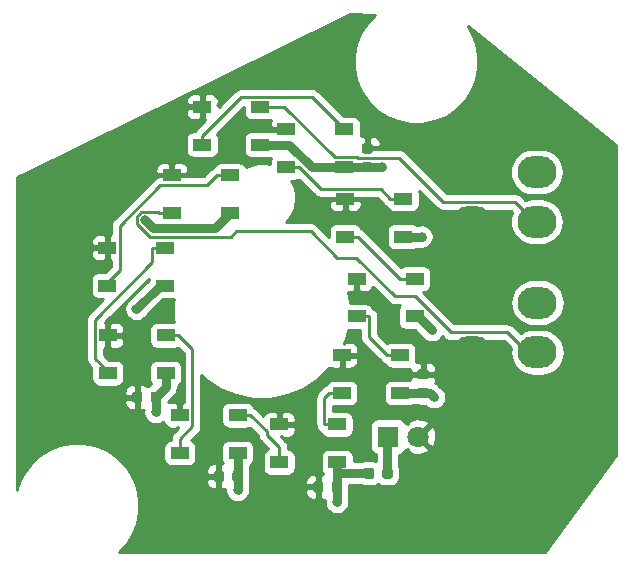
<source format=gbr>
%TF.GenerationSoftware,KiCad,Pcbnew,(5.1.10)-1*%
%TF.CreationDate,2021-11-16T17:31:42+11:00*%
%TF.ProjectId,FIRE TEST Panel PCB V2,46495245-2054-4455-9354-2050616e656c,rev?*%
%TF.SameCoordinates,Original*%
%TF.FileFunction,Copper,L1,Top*%
%TF.FilePolarity,Positive*%
%FSLAX46Y46*%
G04 Gerber Fmt 4.6, Leading zero omitted, Abs format (unit mm)*
G04 Created by KiCad (PCBNEW (5.1.10)-1) date 2021-11-16 17:31:42*
%MOMM*%
%LPD*%
G01*
G04 APERTURE LIST*
%TA.AperFunction,ComponentPad*%
%ADD10O,3.300000X2.700000*%
%TD*%
%TA.AperFunction,ComponentPad*%
%ADD11C,1.800000*%
%TD*%
%TA.AperFunction,ComponentPad*%
%ADD12R,1.800000X1.800000*%
%TD*%
%TA.AperFunction,SMDPad,CuDef*%
%ADD13R,1.500000X1.000000*%
%TD*%
%TA.AperFunction,ViaPad*%
%ADD14C,0.800000*%
%TD*%
%TA.AperFunction,Conductor*%
%ADD15C,0.250000*%
%TD*%
%TA.AperFunction,Conductor*%
%ADD16C,0.750000*%
%TD*%
%TA.AperFunction,Conductor*%
%ADD17C,0.254000*%
%TD*%
%TA.AperFunction,Conductor*%
%ADD18C,0.100000*%
%TD*%
G04 APERTURE END LIST*
D10*
%TO.P,J2,4*%
%TO.N,/DATAOUT*%
X157891000Y-104698000D03*
%TO.P,J2,3*%
%TO.N,/LEDGND*%
X157891000Y-100498000D03*
%TO.P,J2,2*%
%TO.N,/LED+5V*%
X152391000Y-104698000D03*
%TO.P,J2,1*%
%TA.AperFunction,ComponentPad*%
G36*
G01*
X150991001Y-99148000D02*
X153790999Y-99148000D01*
G75*
G02*
X154041000Y-99398001I0J-250001D01*
G01*
X154041000Y-101597999D01*
G75*
G02*
X153790999Y-101848000I-250001J0D01*
G01*
X150991001Y-101848000D01*
G75*
G02*
X150741000Y-101597999I0J250001D01*
G01*
X150741000Y-99398001D01*
G75*
G02*
X150991001Y-99148000I250001J0D01*
G01*
G37*
%TD.AperFunction*%
%TD*%
%TO.P,J1,4*%
%TO.N,/DATAIN*%
X157841000Y-93648600D03*
%TO.P,J1,3*%
%TO.N,/LEDGND*%
X157841000Y-89448600D03*
%TO.P,J1,2*%
%TO.N,/LED+5V*%
X152341000Y-93648600D03*
%TO.P,J1,1*%
%TA.AperFunction,ComponentPad*%
G36*
G01*
X150941001Y-88098600D02*
X153740999Y-88098600D01*
G75*
G02*
X153991000Y-88348601I0J-250001D01*
G01*
X153991000Y-90548599D01*
G75*
G02*
X153740999Y-90798600I-250001J0D01*
G01*
X150941001Y-90798600D01*
G75*
G02*
X150691000Y-90548599I0J250001D01*
G01*
X150691000Y-88348601D01*
G75*
G02*
X150941001Y-88098600I250001J0D01*
G01*
G37*
%TD.AperFunction*%
%TD*%
%TO.P,R1,2*%
%TO.N,/LEDGND*%
%TA.AperFunction,SMDPad,CuDef*%
G36*
G01*
X144057000Y-114701750D02*
X144057000Y-115214250D01*
G75*
G02*
X143838250Y-115433000I-218750J0D01*
G01*
X143400750Y-115433000D01*
G75*
G02*
X143182000Y-115214250I0J218750D01*
G01*
X143182000Y-114701750D01*
G75*
G02*
X143400750Y-114483000I218750J0D01*
G01*
X143838250Y-114483000D01*
G75*
G02*
X144057000Y-114701750I0J-218750D01*
G01*
G37*
%TD.AperFunction*%
%TO.P,R1,1*%
%TO.N,Net-(D11-Pad1)*%
%TA.AperFunction,SMDPad,CuDef*%
G36*
G01*
X145632000Y-114701750D02*
X145632000Y-115214250D01*
G75*
G02*
X145413250Y-115433000I-218750J0D01*
G01*
X144975750Y-115433000D01*
G75*
G02*
X144757000Y-115214250I0J218750D01*
G01*
X144757000Y-114701750D01*
G75*
G02*
X144975750Y-114483000I218750J0D01*
G01*
X145413250Y-114483000D01*
G75*
G02*
X145632000Y-114701750I0J-218750D01*
G01*
G37*
%TD.AperFunction*%
%TD*%
%TO.P,C7,2*%
%TO.N,/LEDGND*%
%TA.AperFunction,SMDPad,CuDef*%
G36*
G01*
X147947750Y-107711000D02*
X148460250Y-107711000D01*
G75*
G02*
X148679000Y-107929750I0J-218750D01*
G01*
X148679000Y-108367250D01*
G75*
G02*
X148460250Y-108586000I-218750J0D01*
G01*
X147947750Y-108586000D01*
G75*
G02*
X147729000Y-108367250I0J218750D01*
G01*
X147729000Y-107929750D01*
G75*
G02*
X147947750Y-107711000I218750J0D01*
G01*
G37*
%TD.AperFunction*%
%TO.P,C7,1*%
%TO.N,/LED+5V*%
%TA.AperFunction,SMDPad,CuDef*%
G36*
G01*
X147947750Y-106136000D02*
X148460250Y-106136000D01*
G75*
G02*
X148679000Y-106354750I0J-218750D01*
G01*
X148679000Y-106792250D01*
G75*
G02*
X148460250Y-107011000I-218750J0D01*
G01*
X147947750Y-107011000D01*
G75*
G02*
X147729000Y-106792250I0J218750D01*
G01*
X147729000Y-106354750D01*
G75*
G02*
X147947750Y-106136000I218750J0D01*
G01*
G37*
%TD.AperFunction*%
%TD*%
%TO.P,C6,2*%
%TO.N,/LEDGND*%
%TA.AperFunction,SMDPad,CuDef*%
G36*
G01*
X140464000Y-116364250D02*
X140464000Y-115851750D01*
G75*
G02*
X140682750Y-115633000I218750J0D01*
G01*
X141120250Y-115633000D01*
G75*
G02*
X141339000Y-115851750I0J-218750D01*
G01*
X141339000Y-116364250D01*
G75*
G02*
X141120250Y-116583000I-218750J0D01*
G01*
X140682750Y-116583000D01*
G75*
G02*
X140464000Y-116364250I0J218750D01*
G01*
G37*
%TD.AperFunction*%
%TO.P,C6,1*%
%TO.N,/LED+5V*%
%TA.AperFunction,SMDPad,CuDef*%
G36*
G01*
X138889000Y-116364250D02*
X138889000Y-115851750D01*
G75*
G02*
X139107750Y-115633000I218750J0D01*
G01*
X139545250Y-115633000D01*
G75*
G02*
X139764000Y-115851750I0J-218750D01*
G01*
X139764000Y-116364250D01*
G75*
G02*
X139545250Y-116583000I-218750J0D01*
G01*
X139107750Y-116583000D01*
G75*
G02*
X138889000Y-116364250I0J218750D01*
G01*
G37*
%TD.AperFunction*%
%TD*%
%TO.P,C5,2*%
%TO.N,/LEDGND*%
%TA.AperFunction,SMDPad,CuDef*%
G36*
G01*
X132067000Y-115465250D02*
X132067000Y-114952750D01*
G75*
G02*
X132285750Y-114734000I218750J0D01*
G01*
X132723250Y-114734000D01*
G75*
G02*
X132942000Y-114952750I0J-218750D01*
G01*
X132942000Y-115465250D01*
G75*
G02*
X132723250Y-115684000I-218750J0D01*
G01*
X132285750Y-115684000D01*
G75*
G02*
X132067000Y-115465250I0J218750D01*
G01*
G37*
%TD.AperFunction*%
%TO.P,C5,1*%
%TO.N,/LED+5V*%
%TA.AperFunction,SMDPad,CuDef*%
G36*
G01*
X130492000Y-115465250D02*
X130492000Y-114952750D01*
G75*
G02*
X130710750Y-114734000I218750J0D01*
G01*
X131148250Y-114734000D01*
G75*
G02*
X131367000Y-114952750I0J-218750D01*
G01*
X131367000Y-115465250D01*
G75*
G02*
X131148250Y-115684000I-218750J0D01*
G01*
X130710750Y-115684000D01*
G75*
G02*
X130492000Y-115465250I0J218750D01*
G01*
G37*
%TD.AperFunction*%
%TD*%
%TO.P,C4,2*%
%TO.N,/LEDGND*%
%TA.AperFunction,SMDPad,CuDef*%
G36*
G01*
X125135000Y-108775250D02*
X125135000Y-108262750D01*
G75*
G02*
X125353750Y-108044000I218750J0D01*
G01*
X125791250Y-108044000D01*
G75*
G02*
X126010000Y-108262750I0J-218750D01*
G01*
X126010000Y-108775250D01*
G75*
G02*
X125791250Y-108994000I-218750J0D01*
G01*
X125353750Y-108994000D01*
G75*
G02*
X125135000Y-108775250I0J218750D01*
G01*
G37*
%TD.AperFunction*%
%TO.P,C4,1*%
%TO.N,/LED+5V*%
%TA.AperFunction,SMDPad,CuDef*%
G36*
G01*
X123560000Y-108775250D02*
X123560000Y-108262750D01*
G75*
G02*
X123778750Y-108044000I218750J0D01*
G01*
X124216250Y-108044000D01*
G75*
G02*
X124435000Y-108262750I0J-218750D01*
G01*
X124435000Y-108775250D01*
G75*
G02*
X124216250Y-108994000I-218750J0D01*
G01*
X123778750Y-108994000D01*
G75*
G02*
X123560000Y-108775250I0J218750D01*
G01*
G37*
%TD.AperFunction*%
%TD*%
%TO.P,C3,2*%
%TO.N,/LEDGND*%
%TA.AperFunction,SMDPad,CuDef*%
G36*
G01*
X143238750Y-88602200D02*
X143751250Y-88602200D01*
G75*
G02*
X143970000Y-88820950I0J-218750D01*
G01*
X143970000Y-89258450D01*
G75*
G02*
X143751250Y-89477200I-218750J0D01*
G01*
X143238750Y-89477200D01*
G75*
G02*
X143020000Y-89258450I0J218750D01*
G01*
X143020000Y-88820950D01*
G75*
G02*
X143238750Y-88602200I218750J0D01*
G01*
G37*
%TD.AperFunction*%
%TO.P,C3,1*%
%TO.N,/LED+5V*%
%TA.AperFunction,SMDPad,CuDef*%
G36*
G01*
X143238750Y-87027200D02*
X143751250Y-87027200D01*
G75*
G02*
X143970000Y-87245950I0J-218750D01*
G01*
X143970000Y-87683450D01*
G75*
G02*
X143751250Y-87902200I-218750J0D01*
G01*
X143238750Y-87902200D01*
G75*
G02*
X143020000Y-87683450I0J218750D01*
G01*
X143020000Y-87245950D01*
G75*
G02*
X143238750Y-87027200I218750J0D01*
G01*
G37*
%TD.AperFunction*%
%TD*%
D11*
%TO.P,D11,2*%
%TO.N,/LED+5V*%
X147790000Y-111839000D03*
D12*
%TO.P,D11,1*%
%TO.N,Net-(D11-Pad1)*%
X145250000Y-111839000D03*
%TD*%
D13*
%TO.P,D10,1*%
%TO.N,/LED+5V*%
X126938000Y-89738400D03*
%TO.P,D10,2*%
%TO.N,/DATAOUT*%
X126938000Y-92938400D03*
%TO.P,D10,4*%
%TO.N,Net-(D10-Pad4)*%
X131838000Y-89738400D03*
%TO.P,D10,3*%
%TO.N,/LEDGND*%
X131838000Y-92938400D03*
%TD*%
%TO.P,D9,1*%
%TO.N,/LED+5V*%
X121463000Y-95859600D03*
%TO.P,D9,2*%
%TO.N,Net-(D10-Pad4)*%
X121463000Y-99059600D03*
%TO.P,D9,4*%
%TO.N,Net-(D8-Pad2)*%
X126363000Y-95859600D03*
%TO.P,D9,3*%
%TO.N,/LEDGND*%
X126363000Y-99059600D03*
%TD*%
%TO.P,D8,1*%
%TO.N,/LED+5V*%
X121514000Y-103276000D03*
%TO.P,D8,2*%
%TO.N,Net-(D8-Pad2)*%
X121514000Y-106476000D03*
%TO.P,D8,4*%
%TO.N,Net-(D7-Pad2)*%
X126414000Y-103276000D03*
%TO.P,D8,3*%
%TO.N,/LEDGND*%
X126414000Y-106476000D03*
%TD*%
%TO.P,D7,1*%
%TO.N,/LED+5V*%
X127610000Y-110033000D03*
%TO.P,D7,2*%
%TO.N,Net-(D7-Pad2)*%
X127610000Y-113233000D03*
%TO.P,D7,4*%
%TO.N,Net-(D6-Pad2)*%
X132510000Y-110033000D03*
%TO.P,D7,3*%
%TO.N,/LEDGND*%
X132510000Y-113233000D03*
%TD*%
%TO.P,D6,1*%
%TO.N,/LED+5V*%
X136031000Y-110820000D03*
%TO.P,D6,2*%
%TO.N,Net-(D6-Pad2)*%
X136031000Y-114020000D03*
%TO.P,D6,4*%
%TO.N,Net-(D5-Pad2)*%
X140931000Y-110820000D03*
%TO.P,D6,3*%
%TO.N,/LEDGND*%
X140931000Y-114020000D03*
%TD*%
%TO.P,D5,1*%
%TO.N,/LED+5V*%
X141353000Y-104953000D03*
%TO.P,D5,2*%
%TO.N,Net-(D5-Pad2)*%
X141353000Y-108153000D03*
%TO.P,D5,4*%
%TO.N,Net-(D4-Pad2)*%
X146253000Y-104953000D03*
%TO.P,D5,3*%
%TO.N,/LEDGND*%
X146253000Y-108153000D03*
%TD*%
%TO.P,D4,1*%
%TO.N,/LED+5V*%
X142584000Y-98476000D03*
%TO.P,D4,2*%
%TO.N,Net-(D4-Pad2)*%
X142584000Y-101676000D03*
%TO.P,D4,4*%
%TO.N,Net-(D3-Pad2)*%
X147484000Y-98476000D03*
%TO.P,D4,3*%
%TO.N,/LEDGND*%
X147484000Y-101676000D03*
%TD*%
%TO.P,D3,1*%
%TO.N,/LED+5V*%
X141619000Y-91719600D03*
%TO.P,D3,2*%
%TO.N,Net-(D3-Pad2)*%
X141619000Y-94919600D03*
%TO.P,D3,4*%
%TO.N,Net-(D2-Pad2)*%
X146519000Y-91719600D03*
%TO.P,D3,3*%
%TO.N,/LEDGND*%
X146519000Y-94919600D03*
%TD*%
%TO.P,D2,1*%
%TO.N,/LED+5V*%
X136640000Y-85826800D03*
%TO.P,D2,2*%
%TO.N,Net-(D2-Pad2)*%
X136640000Y-89026800D03*
%TO.P,D2,4*%
%TO.N,Net-(D1-Pad2)*%
X141540000Y-85826800D03*
%TO.P,D2,3*%
%TO.N,/LEDGND*%
X141540000Y-89026800D03*
%TD*%
%TO.P,D1,1*%
%TO.N,/LED+5V*%
X129517000Y-83921600D03*
%TO.P,D1,2*%
%TO.N,Net-(D1-Pad2)*%
X129517000Y-87121600D03*
%TO.P,D1,4*%
%TO.N,/DATAIN*%
X134417000Y-83921600D03*
%TO.P,D1,3*%
%TO.N,/LEDGND*%
X134417000Y-87121600D03*
%TD*%
D14*
%TO.N,/LEDGND*%
X148077000Y-94919600D03*
X123937000Y-101026000D03*
X124676000Y-93530400D03*
X149126000Y-108514000D03*
X144709000Y-88983800D03*
X125573000Y-109771000D03*
X132507000Y-116378000D03*
X140919000Y-117381000D03*
X148943060Y-102826820D03*
%TD*%
D15*
%TO.N,Net-(D1-Pad2)*%
X132792001Y-83096599D02*
X138809799Y-83096599D01*
X129517000Y-86371600D02*
X132792001Y-83096599D01*
X138809799Y-83096599D02*
X141540000Y-85826800D01*
X129517000Y-87121600D02*
X129517000Y-86371600D01*
%TO.N,Net-(D2-Pad2)*%
X146519000Y-91719600D02*
X145443700Y-91719600D01*
X136640000Y-89026800D02*
X137715300Y-89026800D01*
X137715300Y-89026800D02*
X139582800Y-90894300D01*
X139582800Y-90894300D02*
X144618400Y-90894300D01*
X144618400Y-90894300D02*
X145443700Y-91719600D01*
%TO.N,Net-(D3-Pad2)*%
X141619000Y-94919600D02*
X142694300Y-94919600D01*
X142694300Y-94919600D02*
X146250700Y-98476000D01*
X146250700Y-98476000D02*
X147484000Y-98476000D01*
%TO.N,Net-(D4-Pad2)*%
X146253000Y-104953000D02*
X145177700Y-104953000D01*
X142584000Y-101676000D02*
X143659300Y-101676000D01*
X143659300Y-101676000D02*
X143659300Y-103434600D01*
X143659300Y-103434600D02*
X145177700Y-104953000D01*
%TO.N,Net-(D5-Pad2)*%
X140931000Y-110820000D02*
X139855700Y-110820000D01*
X141353000Y-108153000D02*
X140277700Y-108153000D01*
X140277700Y-108153000D02*
X139855700Y-108575000D01*
X139855700Y-108575000D02*
X139855700Y-110820000D01*
%TO.N,Net-(D6-Pad2)*%
X132510000Y-110033000D02*
X133585300Y-110033000D01*
X134955700Y-111403400D02*
X133585300Y-110033000D01*
X136031000Y-112753600D02*
X134955700Y-111678300D01*
X136031000Y-114020000D02*
X136031000Y-112753600D01*
X134955700Y-111678300D02*
X134955700Y-111403400D01*
%TO.N,Net-(D7-Pad2)*%
X126414000Y-103276000D02*
X127489300Y-103276000D01*
X128685300Y-104472000D02*
X127489300Y-103276000D01*
X127610000Y-112039000D02*
X128685300Y-110963700D01*
X127610000Y-113233000D02*
X127610000Y-112039000D01*
X128685300Y-110963700D02*
X128685300Y-104472000D01*
%TO.N,Net-(D8-Pad2)*%
X126363000Y-95859600D02*
X125287700Y-95859600D01*
X120438700Y-101933800D02*
X125287700Y-97084800D01*
X125287700Y-97084800D02*
X125287700Y-95859600D01*
X121514000Y-106315600D02*
X120438700Y-105240300D01*
X121514000Y-106476000D02*
X121514000Y-106315600D01*
X120438700Y-105240300D02*
X120438700Y-101933800D01*
%TO.N,Net-(D10-Pad4)*%
X131838000Y-89738400D02*
X130762700Y-89738400D01*
X122538300Y-93979400D02*
X125954000Y-90563700D01*
X125954000Y-90563700D02*
X129937400Y-90563700D01*
X129937400Y-90563700D02*
X130762700Y-89738400D01*
X121463000Y-98848600D02*
X122538300Y-97773300D01*
X121463000Y-99059600D02*
X121463000Y-98848600D01*
X122538300Y-97773300D02*
X122538300Y-93979400D01*
D16*
%TO.N,/LEDGND*%
X140916000Y-116093500D02*
X140901000Y-116108000D01*
X140901000Y-116108000D02*
X140919000Y-117381000D01*
X140931000Y-115079000D02*
X140931000Y-116079000D01*
X140931000Y-116079000D02*
X140916000Y-116093500D01*
D15*
X140916000Y-116093500D02*
X140901500Y-116108000D01*
D16*
X132507000Y-115206500D02*
X132504000Y-115209000D01*
X132504000Y-115209000D02*
X132507000Y-116378000D01*
X132510000Y-113233000D02*
X132510000Y-115204000D01*
X132510000Y-115204000D02*
X132507000Y-115206500D01*
D15*
X132507000Y-115206500D02*
X132504500Y-115209000D01*
X143619000Y-114958000D02*
X143619500Y-114958000D01*
D16*
X143619000Y-114958000D02*
X141052000Y-114958000D01*
X141052000Y-114958000D02*
X140931000Y-115079000D01*
D15*
X148201500Y-108150500D02*
X148202000Y-108150500D01*
X148202000Y-108150500D02*
X148204000Y-108148500D01*
D16*
X148201500Y-108150500D02*
X148204000Y-108148000D01*
X148204000Y-108148000D02*
X148760000Y-108148000D01*
X148760000Y-108148000D02*
X149126000Y-108514000D01*
X146253000Y-108153000D02*
X148199000Y-108153000D01*
X148199000Y-108153000D02*
X148201500Y-108150500D01*
D15*
X125993500Y-108098500D02*
X125993000Y-108098500D01*
X125993000Y-108098500D02*
X125572500Y-108519000D01*
D16*
X125993500Y-108098500D02*
X125573000Y-108519000D01*
X125573000Y-108519000D02*
X125573000Y-109771000D01*
X126414000Y-106476000D02*
X126414000Y-107678000D01*
X126414000Y-107678000D02*
X125993500Y-108098500D01*
D15*
X143482100Y-89026800D02*
X143495000Y-89039700D01*
D16*
X143482100Y-89026800D02*
X143546000Y-89026800D01*
X143546000Y-89026800D02*
X143589000Y-88983800D01*
X143589000Y-88983800D02*
X144709000Y-88983800D01*
X141540000Y-89026800D02*
X143482100Y-89026800D01*
X140931000Y-114020000D02*
X140931000Y-115079000D01*
X132507000Y-116378000D02*
X132504000Y-116375000D01*
X140919000Y-117381000D02*
X140901000Y-117363000D01*
X146519000Y-94919600D02*
X148077000Y-94919600D01*
X126363000Y-99059600D02*
X125903000Y-99059600D01*
X125903000Y-99059600D02*
X123937000Y-101026000D01*
X131838000Y-92938400D02*
X130550000Y-94226400D01*
X130550000Y-94226400D02*
X125372000Y-94226400D01*
X125372000Y-94226400D02*
X124676000Y-93530400D01*
X147484000Y-101676000D02*
X147792240Y-101676000D01*
X147792240Y-101676000D02*
X148943060Y-102826820D01*
X148943060Y-102826820D02*
X148943060Y-102826820D01*
X134417000Y-87121600D02*
X136887820Y-87121600D01*
X138793020Y-89026800D02*
X141540000Y-89026800D01*
X136887820Y-87121600D02*
X138793020Y-89026800D01*
D15*
%TO.N,Net-(D11-Pad1)*%
X145194000Y-113426500D02*
X145194500Y-113427000D01*
X145194500Y-113427000D02*
X145194500Y-114958000D01*
D16*
X145194000Y-113426500D02*
X145194000Y-111895000D01*
X145194000Y-111895000D02*
X145250000Y-111839000D01*
X145194000Y-114958000D02*
X145194000Y-113426500D01*
D15*
%TO.N,/DATAIN*%
X134417000Y-83921600D02*
X136471900Y-83921600D01*
X136471900Y-83921600D02*
X140712200Y-88161900D01*
X140712200Y-88161900D02*
X142629300Y-88161900D01*
X142629300Y-88161900D02*
X142719500Y-88252100D01*
X142719500Y-88252100D02*
X146182600Y-88252100D01*
X146182600Y-88252100D02*
X149903800Y-91973300D01*
X157656600Y-93648600D02*
X155981300Y-91973300D01*
X157841000Y-93648600D02*
X157656600Y-93648600D01*
X149903800Y-91973300D02*
X155981300Y-91973300D01*
%TO.N,/DATAOUT*%
X126938000Y-92938400D02*
X125862700Y-92938400D01*
X125862700Y-92938400D02*
X125725200Y-92800900D01*
X125725200Y-92800900D02*
X124366700Y-92800900D01*
X124366700Y-92800900D02*
X123947700Y-93219900D01*
X123947700Y-93219900D02*
X123947700Y-93828800D01*
X123947700Y-93828800D02*
X125046900Y-94928000D01*
X125046900Y-94928000D02*
X131920500Y-94928000D01*
X131920500Y-94928000D02*
X132407600Y-94440900D01*
X132407600Y-94440900D02*
X138687600Y-94440900D01*
X138687600Y-94440900D02*
X140944500Y-96697800D01*
X140944500Y-96697800D02*
X142542900Y-96697800D01*
X142542900Y-96697800D02*
X145825200Y-99980100D01*
X145825200Y-99980100D02*
X147508800Y-99980100D01*
X147508800Y-99980100D02*
X150551400Y-103022700D01*
X157022000Y-104698000D02*
X155346700Y-103022700D01*
X157891000Y-104698000D02*
X157022000Y-104698000D01*
X150551400Y-103022700D02*
X155346700Y-103022700D01*
%TD*%
D17*
%TO.N,/LED+5V*%
X144124732Y-76110668D02*
X143524798Y-76710602D01*
X142947294Y-77574896D01*
X142549503Y-78535249D01*
X142346711Y-79554754D01*
X142346711Y-80594232D01*
X142549503Y-81613737D01*
X142947294Y-82574090D01*
X143524798Y-83438384D01*
X144259820Y-84173406D01*
X145124114Y-84750910D01*
X146084467Y-85148701D01*
X147103972Y-85351493D01*
X148143450Y-85351493D01*
X149162955Y-85148701D01*
X150123308Y-84750910D01*
X150987602Y-84173406D01*
X151722624Y-83438384D01*
X152300128Y-82574090D01*
X152697919Y-81613737D01*
X152900711Y-80594232D01*
X152900711Y-79554754D01*
X152697919Y-78535249D01*
X152300128Y-77574896D01*
X151984918Y-77103152D01*
X164541601Y-87184504D01*
X164541600Y-113374686D01*
X158565734Y-121615600D01*
X122435408Y-121615600D01*
X123020624Y-121030384D01*
X123598128Y-120166090D01*
X123995919Y-119205737D01*
X124198711Y-118186232D01*
X124198711Y-117146754D01*
X123995919Y-116127249D01*
X123812320Y-115684000D01*
X129853928Y-115684000D01*
X129866188Y-115808482D01*
X129902498Y-115928180D01*
X129961463Y-116038494D01*
X130040815Y-116135185D01*
X130137506Y-116214537D01*
X130247820Y-116273502D01*
X130367518Y-116309812D01*
X130492000Y-116322072D01*
X130643750Y-116319000D01*
X130802500Y-116160250D01*
X130802500Y-115336000D01*
X130015750Y-115336000D01*
X129857000Y-115494750D01*
X129853928Y-115684000D01*
X123812320Y-115684000D01*
X123598128Y-115166896D01*
X123308876Y-114734000D01*
X129853928Y-114734000D01*
X129857000Y-114923250D01*
X130015750Y-115082000D01*
X130802500Y-115082000D01*
X130802500Y-114257750D01*
X131056500Y-114257750D01*
X131056500Y-115082000D01*
X131076500Y-115082000D01*
X131076500Y-115336000D01*
X131056500Y-115336000D01*
X131056500Y-116160250D01*
X131215250Y-116319000D01*
X131367000Y-116322072D01*
X131472000Y-116311731D01*
X131472000Y-116479939D01*
X131511774Y-116679898D01*
X131589795Y-116868256D01*
X131703063Y-117037774D01*
X131847226Y-117181937D01*
X132016744Y-117295205D01*
X132205102Y-117373226D01*
X132405061Y-117413000D01*
X132608939Y-117413000D01*
X132808898Y-117373226D01*
X132997256Y-117295205D01*
X133166774Y-117181937D01*
X133310937Y-117037774D01*
X133424205Y-116868256D01*
X133502226Y-116679898D01*
X133521500Y-116583000D01*
X138250928Y-116583000D01*
X138263188Y-116707482D01*
X138299498Y-116827180D01*
X138358463Y-116937494D01*
X138437815Y-117034185D01*
X138534506Y-117113537D01*
X138644820Y-117172502D01*
X138764518Y-117208812D01*
X138889000Y-117221072D01*
X139040750Y-117218000D01*
X139199500Y-117059250D01*
X139199500Y-116235000D01*
X138412750Y-116235000D01*
X138254000Y-116393750D01*
X138250928Y-116583000D01*
X133521500Y-116583000D01*
X133542000Y-116479939D01*
X133542000Y-116276061D01*
X133516411Y-116147414D01*
X133515496Y-115791012D01*
X133563428Y-115633000D01*
X138250928Y-115633000D01*
X138254000Y-115822250D01*
X138412750Y-115981000D01*
X139199500Y-115981000D01*
X139199500Y-115156750D01*
X139453500Y-115156750D01*
X139453500Y-115981000D01*
X139473500Y-115981000D01*
X139473500Y-116235000D01*
X139453500Y-116235000D01*
X139453500Y-117059250D01*
X139612250Y-117218000D01*
X139764000Y-117221072D01*
X139888482Y-117208812D01*
X139898583Y-117205748D01*
X139884000Y-117279061D01*
X139884000Y-117482939D01*
X139923774Y-117682898D01*
X140001795Y-117871256D01*
X140115063Y-118040774D01*
X140259226Y-118184937D01*
X140428744Y-118298205D01*
X140617102Y-118376226D01*
X140817061Y-118416000D01*
X141020939Y-118416000D01*
X141220898Y-118376226D01*
X141409256Y-118298205D01*
X141578774Y-118184937D01*
X141722937Y-118040774D01*
X141836205Y-117871256D01*
X141914226Y-117682898D01*
X141954000Y-117482939D01*
X141954000Y-117279061D01*
X141925643Y-117136501D01*
X141919026Y-116668487D01*
X141960608Y-116531408D01*
X141977072Y-116364250D01*
X141977072Y-115968000D01*
X143002046Y-115968000D01*
X143072858Y-116005850D01*
X143233592Y-116054608D01*
X143400750Y-116071072D01*
X143838250Y-116071072D01*
X144005408Y-116054608D01*
X144166142Y-116005850D01*
X144314275Y-115926671D01*
X144407000Y-115850574D01*
X144499725Y-115926671D01*
X144647858Y-116005850D01*
X144808592Y-116054608D01*
X144975750Y-116071072D01*
X145413250Y-116071072D01*
X145580408Y-116054608D01*
X145741142Y-116005850D01*
X145889275Y-115926671D01*
X146019115Y-115820115D01*
X146125671Y-115690275D01*
X146204850Y-115542142D01*
X146253608Y-115381408D01*
X146270072Y-115214250D01*
X146270072Y-114701750D01*
X146253608Y-114534592D01*
X146204850Y-114373858D01*
X146204000Y-114372268D01*
X146204000Y-113371754D01*
X146274482Y-113364812D01*
X146394180Y-113328502D01*
X146504494Y-113269537D01*
X146601185Y-113190185D01*
X146680537Y-113093494D01*
X146739502Y-112983180D01*
X146742813Y-112972265D01*
X146789578Y-113019030D01*
X146905526Y-112903082D01*
X146989208Y-113157261D01*
X147261775Y-113288158D01*
X147554642Y-113363365D01*
X147856553Y-113379991D01*
X148155907Y-113337397D01*
X148441199Y-113237222D01*
X148590792Y-113157261D01*
X148674475Y-112903080D01*
X147790000Y-112018605D01*
X147775858Y-112032748D01*
X147596253Y-111853143D01*
X147610395Y-111839000D01*
X147969605Y-111839000D01*
X148854080Y-112723475D01*
X149108261Y-112639792D01*
X149239158Y-112367225D01*
X149314365Y-112074358D01*
X149330991Y-111772447D01*
X149288397Y-111473093D01*
X149188222Y-111187801D01*
X149108261Y-111038208D01*
X148854080Y-110954525D01*
X147969605Y-111839000D01*
X147610395Y-111839000D01*
X147596253Y-111824858D01*
X147775858Y-111645253D01*
X147790000Y-111659395D01*
X148674475Y-110774920D01*
X148590792Y-110520739D01*
X148318225Y-110389842D01*
X148025358Y-110314635D01*
X147723447Y-110298009D01*
X147424093Y-110340603D01*
X147138801Y-110440778D01*
X146989208Y-110520739D01*
X146905526Y-110774918D01*
X146789578Y-110658970D01*
X146742813Y-110705735D01*
X146739502Y-110694820D01*
X146680537Y-110584506D01*
X146601185Y-110487815D01*
X146504494Y-110408463D01*
X146394180Y-110349498D01*
X146274482Y-110313188D01*
X146150000Y-110300928D01*
X144350000Y-110300928D01*
X144225518Y-110313188D01*
X144105820Y-110349498D01*
X143995506Y-110408463D01*
X143898815Y-110487815D01*
X143819463Y-110584506D01*
X143760498Y-110694820D01*
X143724188Y-110814518D01*
X143711928Y-110939000D01*
X143711928Y-112739000D01*
X143724188Y-112863482D01*
X143760498Y-112983180D01*
X143819463Y-113093494D01*
X143898815Y-113190185D01*
X143995506Y-113269537D01*
X144105820Y-113328502D01*
X144184000Y-113352218D01*
X144184000Y-113476107D01*
X144184001Y-113476117D01*
X144184001Y-113919696D01*
X144166142Y-113910150D01*
X144005408Y-113861392D01*
X143838250Y-113844928D01*
X143400750Y-113844928D01*
X143233592Y-113861392D01*
X143072858Y-113910150D01*
X143002046Y-113948000D01*
X142319072Y-113948000D01*
X142319072Y-113520000D01*
X142306812Y-113395518D01*
X142270502Y-113275820D01*
X142211537Y-113165506D01*
X142132185Y-113068815D01*
X142035494Y-112989463D01*
X141925180Y-112930498D01*
X141805482Y-112894188D01*
X141681000Y-112881928D01*
X140181000Y-112881928D01*
X140056518Y-112894188D01*
X139936820Y-112930498D01*
X139826506Y-112989463D01*
X139729815Y-113068815D01*
X139650463Y-113165506D01*
X139591498Y-113275820D01*
X139555188Y-113395518D01*
X139542928Y-113520000D01*
X139542928Y-114520000D01*
X139555188Y-114644482D01*
X139591498Y-114764180D01*
X139650463Y-114874494D01*
X139729815Y-114971185D01*
X139758873Y-114995032D01*
X139612250Y-114998000D01*
X139453500Y-115156750D01*
X139199500Y-115156750D01*
X139040750Y-114998000D01*
X138889000Y-114994928D01*
X138764518Y-115007188D01*
X138644820Y-115043498D01*
X138534506Y-115102463D01*
X138437815Y-115181815D01*
X138358463Y-115278506D01*
X138299498Y-115388820D01*
X138263188Y-115508518D01*
X138250928Y-115633000D01*
X133563428Y-115633000D01*
X133563608Y-115632408D01*
X133580072Y-115465250D01*
X133580072Y-114952750D01*
X133563608Y-114785592D01*
X133520000Y-114641835D01*
X133520000Y-114314046D01*
X133614494Y-114263537D01*
X133711185Y-114184185D01*
X133790537Y-114087494D01*
X133849502Y-113977180D01*
X133885812Y-113857482D01*
X133898072Y-113733000D01*
X133898072Y-112733000D01*
X133885812Y-112608518D01*
X133849502Y-112488820D01*
X133790537Y-112378506D01*
X133711185Y-112281815D01*
X133614494Y-112202463D01*
X133504180Y-112143498D01*
X133384482Y-112107188D01*
X133260000Y-112094928D01*
X131760000Y-112094928D01*
X131635518Y-112107188D01*
X131515820Y-112143498D01*
X131405506Y-112202463D01*
X131308815Y-112281815D01*
X131229463Y-112378506D01*
X131170498Y-112488820D01*
X131134188Y-112608518D01*
X131121928Y-112733000D01*
X131121928Y-113733000D01*
X131134188Y-113857482D01*
X131170498Y-113977180D01*
X131229463Y-114087494D01*
X131238519Y-114098529D01*
X131215250Y-114099000D01*
X131056500Y-114257750D01*
X130802500Y-114257750D01*
X130643750Y-114099000D01*
X130492000Y-114095928D01*
X130367518Y-114108188D01*
X130247820Y-114144498D01*
X130137506Y-114203463D01*
X130040815Y-114282815D01*
X129961463Y-114379506D01*
X129902498Y-114489820D01*
X129866188Y-114609518D01*
X129853928Y-114734000D01*
X123308876Y-114734000D01*
X123020624Y-114302602D01*
X122285602Y-113567580D01*
X121421308Y-112990076D01*
X120460955Y-112592285D01*
X119441450Y-112389493D01*
X118401972Y-112389493D01*
X117382467Y-112592285D01*
X116422114Y-112990076D01*
X115557820Y-113567580D01*
X114822798Y-114302602D01*
X114245294Y-115166896D01*
X113847503Y-116127249D01*
X113791600Y-116408293D01*
X113791600Y-108994000D01*
X122921928Y-108994000D01*
X122934188Y-109118482D01*
X122970498Y-109238180D01*
X123029463Y-109348494D01*
X123108815Y-109445185D01*
X123205506Y-109524537D01*
X123315820Y-109583502D01*
X123435518Y-109619812D01*
X123560000Y-109632072D01*
X123711750Y-109629000D01*
X123870500Y-109470250D01*
X123870500Y-108646000D01*
X123083750Y-108646000D01*
X122925000Y-108804750D01*
X122921928Y-108994000D01*
X113791600Y-108994000D01*
X113791600Y-108044000D01*
X122921928Y-108044000D01*
X122925000Y-108233250D01*
X123083750Y-108392000D01*
X123870500Y-108392000D01*
X123870500Y-107567750D01*
X123711750Y-107409000D01*
X123560000Y-107405928D01*
X123435518Y-107418188D01*
X123315820Y-107454498D01*
X123205506Y-107513463D01*
X123108815Y-107592815D01*
X123029463Y-107689506D01*
X122970498Y-107799820D01*
X122934188Y-107919518D01*
X122921928Y-108044000D01*
X113791600Y-108044000D01*
X113791600Y-101933800D01*
X119675024Y-101933800D01*
X119678701Y-101971132D01*
X119678700Y-105202977D01*
X119675024Y-105240300D01*
X119678700Y-105277622D01*
X119678700Y-105277632D01*
X119689697Y-105389285D01*
X119722653Y-105497928D01*
X119733154Y-105532546D01*
X119803726Y-105664576D01*
X119820336Y-105684815D01*
X119898699Y-105780301D01*
X119927702Y-105804104D01*
X120125928Y-106002329D01*
X120125928Y-106976000D01*
X120138188Y-107100482D01*
X120174498Y-107220180D01*
X120233463Y-107330494D01*
X120312815Y-107427185D01*
X120409506Y-107506537D01*
X120519820Y-107565502D01*
X120639518Y-107601812D01*
X120764000Y-107614072D01*
X122264000Y-107614072D01*
X122388482Y-107601812D01*
X122508180Y-107565502D01*
X122618494Y-107506537D01*
X122715185Y-107427185D01*
X122794537Y-107330494D01*
X122853502Y-107220180D01*
X122889812Y-107100482D01*
X122902072Y-106976000D01*
X122902072Y-105976000D01*
X122889812Y-105851518D01*
X122853502Y-105731820D01*
X122794537Y-105621506D01*
X122715185Y-105524815D01*
X122618494Y-105445463D01*
X122508180Y-105386498D01*
X122388482Y-105350188D01*
X122264000Y-105337928D01*
X121611130Y-105337928D01*
X121198700Y-104925499D01*
X121198700Y-104411196D01*
X121228250Y-104411000D01*
X121387000Y-104252250D01*
X121387000Y-103403000D01*
X121641000Y-103403000D01*
X121641000Y-104252250D01*
X121799750Y-104411000D01*
X122264000Y-104414072D01*
X122388482Y-104401812D01*
X122508180Y-104365502D01*
X122618494Y-104306537D01*
X122715185Y-104227185D01*
X122794537Y-104130494D01*
X122853502Y-104020180D01*
X122889812Y-103900482D01*
X122902072Y-103776000D01*
X122899000Y-103561750D01*
X122740250Y-103403000D01*
X121641000Y-103403000D01*
X121387000Y-103403000D01*
X121367000Y-103403000D01*
X121367000Y-103149000D01*
X121387000Y-103149000D01*
X121387000Y-102299750D01*
X121641000Y-102299750D01*
X121641000Y-103149000D01*
X122740250Y-103149000D01*
X122899000Y-102990250D01*
X122902072Y-102776000D01*
X122889812Y-102651518D01*
X122853502Y-102531820D01*
X122794537Y-102421506D01*
X122715185Y-102324815D01*
X122618494Y-102245463D01*
X122508180Y-102186498D01*
X122388482Y-102150188D01*
X122264000Y-102137928D01*
X121799750Y-102141000D01*
X121641000Y-102299750D01*
X121387000Y-102299750D01*
X121267276Y-102180026D01*
X124984457Y-98462845D01*
X124974954Y-98559333D01*
X123383677Y-100150935D01*
X123277226Y-100222063D01*
X123133063Y-100366226D01*
X123019795Y-100535744D01*
X122941774Y-100724102D01*
X122902000Y-100924061D01*
X122902000Y-101127939D01*
X122941774Y-101327898D01*
X123019795Y-101516256D01*
X123133063Y-101685774D01*
X123277226Y-101829937D01*
X123446744Y-101943205D01*
X123635102Y-102021226D01*
X123835061Y-102061000D01*
X124038939Y-102061000D01*
X124238898Y-102021226D01*
X124427256Y-101943205D01*
X124596774Y-101829937D01*
X124740937Y-101685774D01*
X124812200Y-101579122D01*
X126193370Y-100197672D01*
X127109949Y-100197672D01*
X127065711Y-100420073D01*
X127065711Y-101892913D01*
X127114448Y-102137928D01*
X125664000Y-102137928D01*
X125539518Y-102150188D01*
X125419820Y-102186498D01*
X125309506Y-102245463D01*
X125212815Y-102324815D01*
X125133463Y-102421506D01*
X125074498Y-102531820D01*
X125038188Y-102651518D01*
X125025928Y-102776000D01*
X125025928Y-103776000D01*
X125038188Y-103900482D01*
X125074498Y-104020180D01*
X125133463Y-104130494D01*
X125212815Y-104227185D01*
X125309506Y-104306537D01*
X125419820Y-104365502D01*
X125539518Y-104401812D01*
X125664000Y-104414072D01*
X127164000Y-104414072D01*
X127288482Y-104401812D01*
X127408180Y-104365502D01*
X127470623Y-104332125D01*
X127925301Y-104786804D01*
X127925300Y-108897804D01*
X127895750Y-108898000D01*
X127737000Y-109056750D01*
X127737000Y-109906000D01*
X127757000Y-109906000D01*
X127757000Y-110160000D01*
X127737000Y-110160000D01*
X127737000Y-110180000D01*
X127483000Y-110180000D01*
X127483000Y-110160000D01*
X127463000Y-110160000D01*
X127463000Y-109906000D01*
X127483000Y-109906000D01*
X127483000Y-109056750D01*
X127324250Y-108898000D01*
X126860000Y-108894928D01*
X126735518Y-108907188D01*
X126631984Y-108938595D01*
X126637471Y-108882884D01*
X127093094Y-108427261D01*
X127131633Y-108395633D01*
X127257847Y-108241840D01*
X127351632Y-108066380D01*
X127361151Y-108034999D01*
X127409385Y-107875995D01*
X127428886Y-107678000D01*
X127424000Y-107628392D01*
X127424000Y-107557046D01*
X127518494Y-107506537D01*
X127615185Y-107427185D01*
X127694537Y-107330494D01*
X127753502Y-107220180D01*
X127789812Y-107100482D01*
X127802072Y-106976000D01*
X127802072Y-105976000D01*
X127789812Y-105851518D01*
X127753502Y-105731820D01*
X127694537Y-105621506D01*
X127615185Y-105524815D01*
X127518494Y-105445463D01*
X127408180Y-105386498D01*
X127288482Y-105350188D01*
X127164000Y-105337928D01*
X125664000Y-105337928D01*
X125539518Y-105350188D01*
X125419820Y-105386498D01*
X125309506Y-105445463D01*
X125212815Y-105524815D01*
X125133463Y-105621506D01*
X125074498Y-105731820D01*
X125038188Y-105851518D01*
X125025928Y-105976000D01*
X125025928Y-106976000D01*
X125038188Y-107100482D01*
X125074498Y-107220180D01*
X125133463Y-107330494D01*
X125207215Y-107420361D01*
X125186592Y-107422392D01*
X125025858Y-107471150D01*
X124877725Y-107550329D01*
X124856070Y-107568100D01*
X124789494Y-107513463D01*
X124679180Y-107454498D01*
X124559482Y-107418188D01*
X124435000Y-107405928D01*
X124283250Y-107409000D01*
X124124500Y-107567750D01*
X124124500Y-108392000D01*
X124144500Y-108392000D01*
X124144500Y-108646000D01*
X124124500Y-108646000D01*
X124124500Y-109470250D01*
X124283250Y-109629000D01*
X124435000Y-109632072D01*
X124547563Y-109620986D01*
X124538000Y-109669061D01*
X124538000Y-109872939D01*
X124577774Y-110072898D01*
X124655795Y-110261256D01*
X124769063Y-110430774D01*
X124913226Y-110574937D01*
X125082744Y-110688205D01*
X125271102Y-110766226D01*
X125471061Y-110806000D01*
X125674939Y-110806000D01*
X125874898Y-110766226D01*
X126063256Y-110688205D01*
X126226473Y-110579147D01*
X126234188Y-110657482D01*
X126270498Y-110777180D01*
X126329463Y-110887494D01*
X126408815Y-110984185D01*
X126505506Y-111063537D01*
X126615820Y-111122502D01*
X126735518Y-111158812D01*
X126860000Y-111171072D01*
X127324250Y-111168000D01*
X127482998Y-111009252D01*
X127482998Y-111091200D01*
X127098998Y-111475201D01*
X127070000Y-111498999D01*
X127046202Y-111527997D01*
X127046201Y-111527998D01*
X126975026Y-111614724D01*
X126904454Y-111746754D01*
X126860998Y-111890015D01*
X126846324Y-112039000D01*
X126850001Y-112076332D01*
X126850001Y-112095913D01*
X126735518Y-112107188D01*
X126615820Y-112143498D01*
X126505506Y-112202463D01*
X126408815Y-112281815D01*
X126329463Y-112378506D01*
X126270498Y-112488820D01*
X126234188Y-112608518D01*
X126221928Y-112733000D01*
X126221928Y-113733000D01*
X126234188Y-113857482D01*
X126270498Y-113977180D01*
X126329463Y-114087494D01*
X126408815Y-114184185D01*
X126505506Y-114263537D01*
X126615820Y-114322502D01*
X126735518Y-114358812D01*
X126860000Y-114371072D01*
X128360000Y-114371072D01*
X128484482Y-114358812D01*
X128604180Y-114322502D01*
X128714494Y-114263537D01*
X128811185Y-114184185D01*
X128890537Y-114087494D01*
X128949502Y-113977180D01*
X128985812Y-113857482D01*
X128998072Y-113733000D01*
X128998072Y-112733000D01*
X128985812Y-112608518D01*
X128949502Y-112488820D01*
X128890537Y-112378506D01*
X128811185Y-112281815D01*
X128714494Y-112202463D01*
X128604180Y-112143498D01*
X128585861Y-112137941D01*
X129196304Y-111527498D01*
X129225301Y-111503701D01*
X129320274Y-111387976D01*
X129390846Y-111255947D01*
X129434303Y-111112686D01*
X129445300Y-111001033D01*
X129445300Y-111001023D01*
X129448976Y-110963700D01*
X129445300Y-110926377D01*
X129445300Y-109533000D01*
X131121928Y-109533000D01*
X131121928Y-110533000D01*
X131134188Y-110657482D01*
X131170498Y-110777180D01*
X131229463Y-110887494D01*
X131308815Y-110984185D01*
X131405506Y-111063537D01*
X131515820Y-111122502D01*
X131635518Y-111158812D01*
X131760000Y-111171072D01*
X133260000Y-111171072D01*
X133384482Y-111158812D01*
X133504180Y-111122502D01*
X133566623Y-111089125D01*
X134195981Y-111718483D01*
X134206697Y-111827285D01*
X134242651Y-111945812D01*
X134250154Y-111970546D01*
X134320726Y-112102576D01*
X134354310Y-112143498D01*
X134415699Y-112218301D01*
X134444702Y-112242104D01*
X135110689Y-112908090D01*
X135036820Y-112930498D01*
X134926506Y-112989463D01*
X134829815Y-113068815D01*
X134750463Y-113165506D01*
X134691498Y-113275820D01*
X134655188Y-113395518D01*
X134642928Y-113520000D01*
X134642928Y-114520000D01*
X134655188Y-114644482D01*
X134691498Y-114764180D01*
X134750463Y-114874494D01*
X134829815Y-114971185D01*
X134926506Y-115050537D01*
X135036820Y-115109502D01*
X135156518Y-115145812D01*
X135281000Y-115158072D01*
X136781000Y-115158072D01*
X136905482Y-115145812D01*
X137025180Y-115109502D01*
X137135494Y-115050537D01*
X137232185Y-114971185D01*
X137311537Y-114874494D01*
X137370502Y-114764180D01*
X137406812Y-114644482D01*
X137419072Y-114520000D01*
X137419072Y-113520000D01*
X137406812Y-113395518D01*
X137370502Y-113275820D01*
X137311537Y-113165506D01*
X137232185Y-113068815D01*
X137135494Y-112989463D01*
X137025180Y-112930498D01*
X136905482Y-112894188D01*
X136791000Y-112882913D01*
X136791000Y-112790923D01*
X136794676Y-112753600D01*
X136791000Y-112716277D01*
X136791000Y-112716267D01*
X136780003Y-112604614D01*
X136736546Y-112461353D01*
X136665974Y-112329324D01*
X136571001Y-112213599D01*
X136542003Y-112189801D01*
X136158002Y-111805801D01*
X136158002Y-111796252D01*
X136316750Y-111955000D01*
X136781000Y-111958072D01*
X136905482Y-111945812D01*
X137025180Y-111909502D01*
X137135494Y-111850537D01*
X137232185Y-111771185D01*
X137311537Y-111674494D01*
X137370502Y-111564180D01*
X137406812Y-111444482D01*
X137419072Y-111320000D01*
X137416000Y-111105750D01*
X137257250Y-110947000D01*
X136158000Y-110947000D01*
X136158000Y-110967000D01*
X135904000Y-110967000D01*
X135904000Y-110947000D01*
X135884000Y-110947000D01*
X135884000Y-110820000D01*
X139092023Y-110820000D01*
X139106697Y-110968986D01*
X139150154Y-111112247D01*
X139220726Y-111244276D01*
X139315699Y-111360001D01*
X139431424Y-111454974D01*
X139563453Y-111525546D01*
X139581433Y-111531000D01*
X139591498Y-111564180D01*
X139650463Y-111674494D01*
X139729815Y-111771185D01*
X139826506Y-111850537D01*
X139936820Y-111909502D01*
X140056518Y-111945812D01*
X140181000Y-111958072D01*
X141681000Y-111958072D01*
X141805482Y-111945812D01*
X141925180Y-111909502D01*
X142035494Y-111850537D01*
X142132185Y-111771185D01*
X142211537Y-111674494D01*
X142270502Y-111564180D01*
X142306812Y-111444482D01*
X142319072Y-111320000D01*
X142319072Y-110320000D01*
X142306812Y-110195518D01*
X142270502Y-110075820D01*
X142211537Y-109965506D01*
X142132185Y-109868815D01*
X142035494Y-109789463D01*
X141925180Y-109730498D01*
X141805482Y-109694188D01*
X141681000Y-109681928D01*
X140615700Y-109681928D01*
X140615700Y-109291072D01*
X142103000Y-109291072D01*
X142227482Y-109278812D01*
X142347180Y-109242502D01*
X142457494Y-109183537D01*
X142554185Y-109104185D01*
X142633537Y-109007494D01*
X142692502Y-108897180D01*
X142728812Y-108777482D01*
X142741072Y-108653000D01*
X142741072Y-107653000D01*
X144864928Y-107653000D01*
X144864928Y-108653000D01*
X144877188Y-108777482D01*
X144913498Y-108897180D01*
X144972463Y-109007494D01*
X145051815Y-109104185D01*
X145148506Y-109183537D01*
X145258820Y-109242502D01*
X145378518Y-109278812D01*
X145503000Y-109291072D01*
X147003000Y-109291072D01*
X147127482Y-109278812D01*
X147247180Y-109242502D01*
X147357494Y-109183537D01*
X147382518Y-109163000D01*
X147633539Y-109163000D01*
X147780592Y-109207608D01*
X147947750Y-109224072D01*
X148372361Y-109224072D01*
X148466226Y-109317937D01*
X148635744Y-109431205D01*
X148824102Y-109509226D01*
X149024061Y-109549000D01*
X149227939Y-109549000D01*
X149427898Y-109509226D01*
X149616256Y-109431205D01*
X149785774Y-109317937D01*
X149929937Y-109173774D01*
X150043205Y-109004256D01*
X150121226Y-108815898D01*
X150161000Y-108615939D01*
X150161000Y-108412061D01*
X150121226Y-108212102D01*
X150043205Y-108023744D01*
X149929937Y-107854226D01*
X149785774Y-107710063D01*
X149679222Y-107638867D01*
X149509262Y-107468907D01*
X149477633Y-107430367D01*
X149323840Y-107304153D01*
X149260439Y-107270265D01*
X149268502Y-107255180D01*
X149304812Y-107135482D01*
X149317072Y-107011000D01*
X149314000Y-106859250D01*
X149155250Y-106700500D01*
X148331000Y-106700500D01*
X148331000Y-106720500D01*
X148077000Y-106720500D01*
X148077000Y-106700500D01*
X147252750Y-106700500D01*
X147094000Y-106859250D01*
X147090928Y-107011000D01*
X147092180Y-107023711D01*
X147003000Y-107014928D01*
X145503000Y-107014928D01*
X145378518Y-107027188D01*
X145258820Y-107063498D01*
X145148506Y-107122463D01*
X145051815Y-107201815D01*
X144972463Y-107298506D01*
X144913498Y-107408820D01*
X144877188Y-107528518D01*
X144864928Y-107653000D01*
X142741072Y-107653000D01*
X142728812Y-107528518D01*
X142692502Y-107408820D01*
X142633537Y-107298506D01*
X142554185Y-107201815D01*
X142457494Y-107122463D01*
X142347180Y-107063498D01*
X142227482Y-107027188D01*
X142103000Y-107014928D01*
X140603000Y-107014928D01*
X140478518Y-107027188D01*
X140358820Y-107063498D01*
X140248506Y-107122463D01*
X140151815Y-107201815D01*
X140072463Y-107298506D01*
X140013498Y-107408820D01*
X140003433Y-107442000D01*
X139985453Y-107447454D01*
X139853424Y-107518026D01*
X139737699Y-107612999D01*
X139713896Y-107642003D01*
X139344703Y-108011196D01*
X139315699Y-108034999D01*
X139265972Y-108095592D01*
X139220726Y-108150724D01*
X139150155Y-108282753D01*
X139150154Y-108282754D01*
X139106697Y-108426015D01*
X139095700Y-108537668D01*
X139095700Y-108537678D01*
X139092024Y-108575000D01*
X139095700Y-108612323D01*
X139095701Y-110782657D01*
X139092023Y-110820000D01*
X135884000Y-110820000D01*
X135884000Y-110693000D01*
X135904000Y-110693000D01*
X135904000Y-109843750D01*
X136158000Y-109843750D01*
X136158000Y-110693000D01*
X137257250Y-110693000D01*
X137416000Y-110534250D01*
X137419072Y-110320000D01*
X137406812Y-110195518D01*
X137370502Y-110075820D01*
X137311537Y-109965506D01*
X137232185Y-109868815D01*
X137135494Y-109789463D01*
X137025180Y-109730498D01*
X136905482Y-109694188D01*
X136781000Y-109681928D01*
X136316750Y-109685000D01*
X136158000Y-109843750D01*
X135904000Y-109843750D01*
X135745250Y-109685000D01*
X135281000Y-109681928D01*
X135156518Y-109694188D01*
X135036820Y-109730498D01*
X134926506Y-109789463D01*
X134829815Y-109868815D01*
X134750463Y-109965506D01*
X134695477Y-110068376D01*
X134149104Y-109522003D01*
X134125301Y-109492999D01*
X134009576Y-109398026D01*
X133877547Y-109327454D01*
X133859567Y-109322000D01*
X133849502Y-109288820D01*
X133790537Y-109178506D01*
X133711185Y-109081815D01*
X133614494Y-109002463D01*
X133504180Y-108943498D01*
X133384482Y-108907188D01*
X133260000Y-108894928D01*
X131760000Y-108894928D01*
X131635518Y-108907188D01*
X131515820Y-108943498D01*
X131405506Y-109002463D01*
X131308815Y-109081815D01*
X131229463Y-109178506D01*
X131170498Y-109288820D01*
X131134188Y-109408518D01*
X131121928Y-109533000D01*
X129445300Y-109533000D01*
X129445300Y-106633157D01*
X129776401Y-106964258D01*
X131001023Y-107782524D01*
X132361751Y-108346156D01*
X133806291Y-108633493D01*
X135279131Y-108633493D01*
X136723671Y-108346156D01*
X138084399Y-107782524D01*
X139309021Y-106964258D01*
X140275378Y-105997901D01*
X140358820Y-106042502D01*
X140478518Y-106078812D01*
X140603000Y-106091072D01*
X141067250Y-106088000D01*
X141226000Y-105929250D01*
X141226000Y-105080000D01*
X141480000Y-105080000D01*
X141480000Y-105929250D01*
X141638750Y-106088000D01*
X142103000Y-106091072D01*
X142227482Y-106078812D01*
X142347180Y-106042502D01*
X142457494Y-105983537D01*
X142554185Y-105904185D01*
X142633537Y-105807494D01*
X142692502Y-105697180D01*
X142728812Y-105577482D01*
X142741072Y-105453000D01*
X142738000Y-105238750D01*
X142579250Y-105080000D01*
X141480000Y-105080000D01*
X141226000Y-105080000D01*
X141206000Y-105080000D01*
X141206000Y-104826000D01*
X141226000Y-104826000D01*
X141226000Y-104806000D01*
X141480000Y-104806000D01*
X141480000Y-104826000D01*
X142579250Y-104826000D01*
X142738000Y-104667250D01*
X142741072Y-104453000D01*
X142728812Y-104328518D01*
X142692502Y-104208820D01*
X142633537Y-104098506D01*
X142554185Y-104001815D01*
X142457494Y-103922463D01*
X142347180Y-103863498D01*
X142227482Y-103827188D01*
X142103000Y-103814928D01*
X141638750Y-103818000D01*
X141480002Y-103976748D01*
X141480002Y-103946733D01*
X141732374Y-103337453D01*
X141836481Y-102814072D01*
X142899301Y-102814072D01*
X142899301Y-103397268D01*
X142895624Y-103434600D01*
X142899301Y-103471933D01*
X142910298Y-103583586D01*
X142923480Y-103627042D01*
X142953754Y-103726846D01*
X143024326Y-103858876D01*
X143076511Y-103922463D01*
X143119300Y-103974601D01*
X143148298Y-103998399D01*
X144613901Y-105464003D01*
X144637699Y-105493001D01*
X144753424Y-105587974D01*
X144885453Y-105658546D01*
X144903433Y-105664000D01*
X144913498Y-105697180D01*
X144972463Y-105807494D01*
X145051815Y-105904185D01*
X145148506Y-105983537D01*
X145258820Y-106042502D01*
X145378518Y-106078812D01*
X145503000Y-106091072D01*
X147003000Y-106091072D01*
X147096257Y-106081887D01*
X147090928Y-106136000D01*
X147094000Y-106287750D01*
X147252750Y-106446500D01*
X148077000Y-106446500D01*
X148077000Y-105659750D01*
X148331000Y-105659750D01*
X148331000Y-106446500D01*
X149155250Y-106446500D01*
X149314000Y-106287750D01*
X149317072Y-106136000D01*
X149304812Y-106011518D01*
X149268502Y-105891820D01*
X149209537Y-105781506D01*
X149130185Y-105684815D01*
X149033494Y-105605463D01*
X148923180Y-105546498D01*
X148803482Y-105510188D01*
X148679000Y-105497928D01*
X148489750Y-105501000D01*
X148331000Y-105659750D01*
X148077000Y-105659750D01*
X147918250Y-105501000D01*
X147729000Y-105497928D01*
X147635743Y-105507113D01*
X147641072Y-105453000D01*
X147641072Y-104453000D01*
X147628812Y-104328518D01*
X147592502Y-104208820D01*
X147533537Y-104098506D01*
X147454185Y-104001815D01*
X147357494Y-103922463D01*
X147247180Y-103863498D01*
X147127482Y-103827188D01*
X147003000Y-103814928D01*
X145503000Y-103814928D01*
X145378518Y-103827188D01*
X145258820Y-103863498D01*
X145196377Y-103896875D01*
X144419300Y-103119799D01*
X144419300Y-101713333D01*
X144422977Y-101676000D01*
X144408303Y-101527014D01*
X144364846Y-101383753D01*
X144294274Y-101251724D01*
X144199301Y-101135999D01*
X144083576Y-101041026D01*
X143951547Y-100970454D01*
X143933567Y-100965000D01*
X143923502Y-100931820D01*
X143864537Y-100821506D01*
X143785185Y-100724815D01*
X143688494Y-100645463D01*
X143578180Y-100586498D01*
X143458482Y-100550188D01*
X143334000Y-100537928D01*
X142019711Y-100537928D01*
X142019711Y-100420073D01*
X141859354Y-99613904D01*
X142298250Y-99611000D01*
X142457000Y-99452250D01*
X142457000Y-98603000D01*
X142437000Y-98603000D01*
X142437000Y-98349000D01*
X142457000Y-98349000D01*
X142457000Y-98329000D01*
X142711000Y-98329000D01*
X142711000Y-98349000D01*
X142731000Y-98349000D01*
X142731000Y-98603000D01*
X142711000Y-98603000D01*
X142711000Y-99452250D01*
X142869750Y-99611000D01*
X143334000Y-99614072D01*
X143458482Y-99601812D01*
X143578180Y-99565502D01*
X143688494Y-99506537D01*
X143785185Y-99427185D01*
X143864537Y-99330494D01*
X143923502Y-99220180D01*
X143939090Y-99168792D01*
X145261400Y-100491102D01*
X145285199Y-100520101D01*
X145400924Y-100615074D01*
X145532953Y-100685646D01*
X145676214Y-100729103D01*
X145787867Y-100740100D01*
X145787876Y-100740100D01*
X145825199Y-100743776D01*
X145862522Y-100740100D01*
X146270271Y-100740100D01*
X146203463Y-100821506D01*
X146144498Y-100931820D01*
X146108188Y-101051518D01*
X146095928Y-101176000D01*
X146095928Y-102176000D01*
X146108188Y-102300482D01*
X146144498Y-102420180D01*
X146203463Y-102530494D01*
X146282815Y-102627185D01*
X146379506Y-102706537D01*
X146489820Y-102765502D01*
X146609518Y-102801812D01*
X146734000Y-102814072D01*
X147501957Y-102814072D01*
X148067928Y-103380043D01*
X148139123Y-103486594D01*
X148283286Y-103630757D01*
X148452804Y-103744025D01*
X148641162Y-103822046D01*
X148841121Y-103861820D01*
X149044999Y-103861820D01*
X149244958Y-103822046D01*
X149433316Y-103744025D01*
X149602834Y-103630757D01*
X149746997Y-103486594D01*
X149824500Y-103370602D01*
X149987600Y-103533702D01*
X150011399Y-103562701D01*
X150127124Y-103657674D01*
X150259153Y-103728246D01*
X150402414Y-103771703D01*
X150514067Y-103782700D01*
X150514076Y-103782700D01*
X150551399Y-103786376D01*
X150588722Y-103782700D01*
X155031899Y-103782700D01*
X155627849Y-104378651D01*
X155596396Y-104698000D01*
X155634722Y-105087128D01*
X155748226Y-105461302D01*
X155932547Y-105806143D01*
X156180602Y-106108398D01*
X156482857Y-106356453D01*
X156827698Y-106540774D01*
X157201872Y-106654278D01*
X157493490Y-106683000D01*
X158288510Y-106683000D01*
X158580128Y-106654278D01*
X158954302Y-106540774D01*
X159299143Y-106356453D01*
X159601398Y-106108398D01*
X159849453Y-105806143D01*
X160033774Y-105461302D01*
X160147278Y-105087128D01*
X160185604Y-104698000D01*
X160147278Y-104308872D01*
X160033774Y-103934698D01*
X159849453Y-103589857D01*
X159601398Y-103287602D01*
X159299143Y-103039547D01*
X158954302Y-102855226D01*
X158580128Y-102741722D01*
X158288510Y-102713000D01*
X157493490Y-102713000D01*
X157201872Y-102741722D01*
X156827698Y-102855226D01*
X156482857Y-103039547D01*
X156458411Y-103059609D01*
X155910504Y-102511703D01*
X155886701Y-102482699D01*
X155770976Y-102387726D01*
X155638947Y-102317154D01*
X155495686Y-102273697D01*
X155384033Y-102262700D01*
X155384022Y-102262700D01*
X155346700Y-102259024D01*
X155309378Y-102262700D01*
X150866202Y-102262700D01*
X149101502Y-100498000D01*
X155596396Y-100498000D01*
X155634722Y-100887128D01*
X155748226Y-101261302D01*
X155932547Y-101606143D01*
X156180602Y-101908398D01*
X156482857Y-102156453D01*
X156827698Y-102340774D01*
X157201872Y-102454278D01*
X157493490Y-102483000D01*
X158288510Y-102483000D01*
X158580128Y-102454278D01*
X158954302Y-102340774D01*
X159299143Y-102156453D01*
X159601398Y-101908398D01*
X159849453Y-101606143D01*
X160033774Y-101261302D01*
X160147278Y-100887128D01*
X160185604Y-100498000D01*
X160147278Y-100108872D01*
X160033774Y-99734698D01*
X159849453Y-99389857D01*
X159601398Y-99087602D01*
X159299143Y-98839547D01*
X158954302Y-98655226D01*
X158580128Y-98541722D01*
X158288510Y-98513000D01*
X157493490Y-98513000D01*
X157201872Y-98541722D01*
X156827698Y-98655226D01*
X156482857Y-98839547D01*
X156180602Y-99087602D01*
X155932547Y-99389857D01*
X155748226Y-99734698D01*
X155634722Y-100108872D01*
X155596396Y-100498000D01*
X149101502Y-100498000D01*
X148217573Y-99614072D01*
X148234000Y-99614072D01*
X148358482Y-99601812D01*
X148478180Y-99565502D01*
X148588494Y-99506537D01*
X148685185Y-99427185D01*
X148764537Y-99330494D01*
X148823502Y-99220180D01*
X148859812Y-99100482D01*
X148872072Y-98976000D01*
X148872072Y-97976000D01*
X148859812Y-97851518D01*
X148823502Y-97731820D01*
X148764537Y-97621506D01*
X148685185Y-97524815D01*
X148588494Y-97445463D01*
X148478180Y-97386498D01*
X148358482Y-97350188D01*
X148234000Y-97337928D01*
X146734000Y-97337928D01*
X146609518Y-97350188D01*
X146489820Y-97386498D01*
X146379506Y-97445463D01*
X146333072Y-97483570D01*
X143269102Y-94419600D01*
X145130928Y-94419600D01*
X145130928Y-95419600D01*
X145143188Y-95544082D01*
X145179498Y-95663780D01*
X145238463Y-95774094D01*
X145317815Y-95870785D01*
X145414506Y-95950137D01*
X145524820Y-96009102D01*
X145644518Y-96045412D01*
X145769000Y-96057672D01*
X147269000Y-96057672D01*
X147393482Y-96045412D01*
X147513180Y-96009102D01*
X147623494Y-95950137D01*
X147648518Y-95929600D01*
X147849377Y-95929600D01*
X147975061Y-95954600D01*
X148178939Y-95954600D01*
X148378898Y-95914826D01*
X148567256Y-95836805D01*
X148736774Y-95723537D01*
X148880937Y-95579374D01*
X148994205Y-95409856D01*
X149072226Y-95221498D01*
X149112000Y-95021539D01*
X149112000Y-94817661D01*
X149072226Y-94617702D01*
X148994205Y-94429344D01*
X148880937Y-94259826D01*
X148736774Y-94115663D01*
X148567256Y-94002395D01*
X148378898Y-93924374D01*
X148178939Y-93884600D01*
X147975061Y-93884600D01*
X147849377Y-93909600D01*
X147648518Y-93909600D01*
X147623494Y-93889063D01*
X147513180Y-93830098D01*
X147393482Y-93793788D01*
X147269000Y-93781528D01*
X145769000Y-93781528D01*
X145644518Y-93793788D01*
X145524820Y-93830098D01*
X145414506Y-93889063D01*
X145317815Y-93968415D01*
X145238463Y-94065106D01*
X145179498Y-94175420D01*
X145143188Y-94295118D01*
X145130928Y-94419600D01*
X143269102Y-94419600D01*
X143258101Y-94408600D01*
X143234301Y-94379599D01*
X143118576Y-94284626D01*
X142986547Y-94214054D01*
X142968567Y-94208600D01*
X142958502Y-94175420D01*
X142899537Y-94065106D01*
X142820185Y-93968415D01*
X142723494Y-93889063D01*
X142613180Y-93830098D01*
X142493482Y-93793788D01*
X142369000Y-93781528D01*
X140869000Y-93781528D01*
X140744518Y-93793788D01*
X140624820Y-93830098D01*
X140514506Y-93889063D01*
X140417815Y-93968415D01*
X140338463Y-94065106D01*
X140279498Y-94175420D01*
X140243188Y-94295118D01*
X140230928Y-94419600D01*
X140230928Y-94909427D01*
X139251404Y-93929903D01*
X139227601Y-93900899D01*
X139111876Y-93805926D01*
X138979847Y-93735354D01*
X138836586Y-93691897D01*
X138724933Y-93680900D01*
X138724922Y-93680900D01*
X138687600Y-93677224D01*
X138650278Y-93680900D01*
X136612908Y-93680900D01*
X136805386Y-93488422D01*
X137124178Y-93011316D01*
X137343766Y-92481184D01*
X137395798Y-92219600D01*
X140230928Y-92219600D01*
X140243188Y-92344082D01*
X140279498Y-92463780D01*
X140338463Y-92574094D01*
X140417815Y-92670785D01*
X140514506Y-92750137D01*
X140624820Y-92809102D01*
X140744518Y-92845412D01*
X140869000Y-92857672D01*
X141333250Y-92854600D01*
X141492000Y-92695850D01*
X141492000Y-91846600D01*
X141746000Y-91846600D01*
X141746000Y-92695850D01*
X141904750Y-92854600D01*
X142369000Y-92857672D01*
X142493482Y-92845412D01*
X142613180Y-92809102D01*
X142723494Y-92750137D01*
X142820185Y-92670785D01*
X142899537Y-92574094D01*
X142958502Y-92463780D01*
X142994812Y-92344082D01*
X143007072Y-92219600D01*
X143004000Y-92005350D01*
X142845250Y-91846600D01*
X141746000Y-91846600D01*
X141492000Y-91846600D01*
X140392750Y-91846600D01*
X140234000Y-92005350D01*
X140230928Y-92219600D01*
X137395798Y-92219600D01*
X137455711Y-91918398D01*
X137455711Y-91344588D01*
X137343766Y-90781802D01*
X137124178Y-90251670D01*
X137066181Y-90164872D01*
X137390000Y-90164872D01*
X137514482Y-90152612D01*
X137634180Y-90116302D01*
X137696623Y-90082925D01*
X139019000Y-91405302D01*
X139042799Y-91434301D01*
X139158524Y-91529274D01*
X139290553Y-91599846D01*
X139433814Y-91643303D01*
X139545467Y-91654300D01*
X139545477Y-91654300D01*
X139582800Y-91657976D01*
X139620123Y-91654300D01*
X144303598Y-91654300D01*
X144879905Y-92230608D01*
X144903699Y-92259601D01*
X144932692Y-92283395D01*
X144932696Y-92283399D01*
X144969884Y-92313918D01*
X145019424Y-92354574D01*
X145151453Y-92425146D01*
X145169433Y-92430600D01*
X145179498Y-92463780D01*
X145238463Y-92574094D01*
X145317815Y-92670785D01*
X145414506Y-92750137D01*
X145524820Y-92809102D01*
X145644518Y-92845412D01*
X145769000Y-92857672D01*
X147269000Y-92857672D01*
X147393482Y-92845412D01*
X147513180Y-92809102D01*
X147623494Y-92750137D01*
X147720185Y-92670785D01*
X147799537Y-92574094D01*
X147858502Y-92463780D01*
X147894812Y-92344082D01*
X147907072Y-92219600D01*
X147907072Y-91219600D01*
X147894812Y-91095118D01*
X147870426Y-91014727D01*
X149340000Y-92484302D01*
X149363799Y-92513301D01*
X149437876Y-92574094D01*
X149479524Y-92608274D01*
X149611553Y-92678846D01*
X149754814Y-92722303D01*
X149903800Y-92736977D01*
X149941133Y-92733300D01*
X155666499Y-92733300D01*
X155740119Y-92806921D01*
X155698226Y-92885298D01*
X155584722Y-93259472D01*
X155546396Y-93648600D01*
X155584722Y-94037728D01*
X155698226Y-94411902D01*
X155882547Y-94756743D01*
X156130602Y-95058998D01*
X156432857Y-95307053D01*
X156777698Y-95491374D01*
X157151872Y-95604878D01*
X157443490Y-95633600D01*
X158238510Y-95633600D01*
X158530128Y-95604878D01*
X158904302Y-95491374D01*
X159249143Y-95307053D01*
X159551398Y-95058998D01*
X159799453Y-94756743D01*
X159983774Y-94411902D01*
X160097278Y-94037728D01*
X160135604Y-93648600D01*
X160097278Y-93259472D01*
X159983774Y-92885298D01*
X159799453Y-92540457D01*
X159551398Y-92238202D01*
X159249143Y-91990147D01*
X158904302Y-91805826D01*
X158530128Y-91692322D01*
X158238510Y-91663600D01*
X157443490Y-91663600D01*
X157151872Y-91692322D01*
X156862809Y-91780008D01*
X156545104Y-91462303D01*
X156521301Y-91433299D01*
X156405576Y-91338326D01*
X156273547Y-91267754D01*
X156130286Y-91224297D01*
X156018633Y-91213300D01*
X156018622Y-91213300D01*
X155981300Y-91209624D01*
X155943978Y-91213300D01*
X150218602Y-91213300D01*
X148453902Y-89448600D01*
X155546396Y-89448600D01*
X155584722Y-89837728D01*
X155698226Y-90211902D01*
X155882547Y-90556743D01*
X156130602Y-90858998D01*
X156432857Y-91107053D01*
X156777698Y-91291374D01*
X157151872Y-91404878D01*
X157443490Y-91433600D01*
X158238510Y-91433600D01*
X158530128Y-91404878D01*
X158904302Y-91291374D01*
X159249143Y-91107053D01*
X159551398Y-90858998D01*
X159799453Y-90556743D01*
X159983774Y-90211902D01*
X160097278Y-89837728D01*
X160135604Y-89448600D01*
X160097278Y-89059472D01*
X159983774Y-88685298D01*
X159799453Y-88340457D01*
X159551398Y-88038202D01*
X159249143Y-87790147D01*
X158904302Y-87605826D01*
X158530128Y-87492322D01*
X158238510Y-87463600D01*
X157443490Y-87463600D01*
X157151872Y-87492322D01*
X156777698Y-87605826D01*
X156432857Y-87790147D01*
X156130602Y-88038202D01*
X155882547Y-88340457D01*
X155698226Y-88685298D01*
X155584722Y-89059472D01*
X155546396Y-89448600D01*
X148453902Y-89448600D01*
X146746404Y-87741103D01*
X146722601Y-87712099D01*
X146606876Y-87617126D01*
X146474847Y-87546554D01*
X146331586Y-87503097D01*
X146219933Y-87492100D01*
X146219922Y-87492100D01*
X146182600Y-87488424D01*
X146145278Y-87492100D01*
X143348000Y-87492100D01*
X143348000Y-87337700D01*
X143368000Y-87337700D01*
X143368000Y-86550950D01*
X143622000Y-86550950D01*
X143622000Y-87337700D01*
X144446250Y-87337700D01*
X144605000Y-87178950D01*
X144608072Y-87027200D01*
X144595812Y-86902718D01*
X144559502Y-86783020D01*
X144500537Y-86672706D01*
X144421185Y-86576015D01*
X144324494Y-86496663D01*
X144214180Y-86437698D01*
X144094482Y-86401388D01*
X143970000Y-86389128D01*
X143780750Y-86392200D01*
X143622000Y-86550950D01*
X143368000Y-86550950D01*
X143209250Y-86392200D01*
X143020000Y-86389128D01*
X142920973Y-86398881D01*
X142928072Y-86326800D01*
X142928072Y-85326800D01*
X142915812Y-85202318D01*
X142879502Y-85082620D01*
X142820537Y-84972306D01*
X142741185Y-84875615D01*
X142644494Y-84796263D01*
X142534180Y-84737298D01*
X142414482Y-84700988D01*
X142290000Y-84688728D01*
X141476730Y-84688728D01*
X139373603Y-82585602D01*
X139349800Y-82556598D01*
X139234075Y-82461625D01*
X139102046Y-82391053D01*
X138958785Y-82347596D01*
X138847132Y-82336599D01*
X138847121Y-82336599D01*
X138809799Y-82332923D01*
X138772477Y-82336599D01*
X132829324Y-82336599D01*
X132792001Y-82332923D01*
X132754678Y-82336599D01*
X132754668Y-82336599D01*
X132643015Y-82347596D01*
X132499754Y-82391053D01*
X132367725Y-82461625D01*
X132252000Y-82556598D01*
X132228202Y-82585596D01*
X130902000Y-83911798D01*
X130902000Y-83794598D01*
X130743252Y-83794598D01*
X130902000Y-83635850D01*
X130905072Y-83421600D01*
X130892812Y-83297118D01*
X130856502Y-83177420D01*
X130797537Y-83067106D01*
X130718185Y-82970415D01*
X130621494Y-82891063D01*
X130511180Y-82832098D01*
X130391482Y-82795788D01*
X130267000Y-82783528D01*
X129802750Y-82786600D01*
X129644000Y-82945350D01*
X129644000Y-83794600D01*
X129664000Y-83794600D01*
X129664000Y-84048600D01*
X129644000Y-84048600D01*
X129644000Y-84897850D01*
X129779974Y-85033824D01*
X129005998Y-85807801D01*
X128977000Y-85831599D01*
X128953202Y-85860597D01*
X128953201Y-85860598D01*
X128882026Y-85947324D01*
X128862674Y-85983528D01*
X128767000Y-85983528D01*
X128642518Y-85995788D01*
X128522820Y-86032098D01*
X128412506Y-86091063D01*
X128315815Y-86170415D01*
X128236463Y-86267106D01*
X128177498Y-86377420D01*
X128141188Y-86497118D01*
X128128928Y-86621600D01*
X128128928Y-87621600D01*
X128141188Y-87746082D01*
X128177498Y-87865780D01*
X128236463Y-87976094D01*
X128315815Y-88072785D01*
X128412506Y-88152137D01*
X128522820Y-88211102D01*
X128642518Y-88247412D01*
X128767000Y-88259672D01*
X130267000Y-88259672D01*
X130391482Y-88247412D01*
X130511180Y-88211102D01*
X130621494Y-88152137D01*
X130718185Y-88072785D01*
X130797537Y-87976094D01*
X130856502Y-87865780D01*
X130892812Y-87746082D01*
X130905072Y-87621600D01*
X130905072Y-86621600D01*
X130892812Y-86497118D01*
X130856502Y-86377420D01*
X130797537Y-86267106D01*
X130751902Y-86211499D01*
X133028928Y-83934474D01*
X133028928Y-84421600D01*
X133041188Y-84546082D01*
X133077498Y-84665780D01*
X133136463Y-84776094D01*
X133215815Y-84872785D01*
X133312506Y-84952137D01*
X133422820Y-85011102D01*
X133542518Y-85047412D01*
X133667000Y-85059672D01*
X135167000Y-85059672D01*
X135291482Y-85047412D01*
X135324704Y-85037334D01*
X135300498Y-85082620D01*
X135264188Y-85202318D01*
X135251928Y-85326800D01*
X135255000Y-85541050D01*
X135413750Y-85699800D01*
X136513000Y-85699800D01*
X136513000Y-85679800D01*
X136767000Y-85679800D01*
X136767000Y-85699800D01*
X136787000Y-85699800D01*
X136787000Y-85953800D01*
X136767000Y-85953800D01*
X136767000Y-85973800D01*
X136513000Y-85973800D01*
X136513000Y-85953800D01*
X135413750Y-85953800D01*
X135353077Y-86014473D01*
X135291482Y-85995788D01*
X135167000Y-85983528D01*
X133667000Y-85983528D01*
X133542518Y-85995788D01*
X133422820Y-86032098D01*
X133312506Y-86091063D01*
X133215815Y-86170415D01*
X133136463Y-86267106D01*
X133077498Y-86377420D01*
X133041188Y-86497118D01*
X133028928Y-86621600D01*
X133028928Y-87621600D01*
X133041188Y-87746082D01*
X133077498Y-87865780D01*
X133136463Y-87976094D01*
X133215815Y-88072785D01*
X133312506Y-88152137D01*
X133422820Y-88211102D01*
X133542518Y-88247412D01*
X133667000Y-88259672D01*
X135167000Y-88259672D01*
X135291482Y-88247412D01*
X135324704Y-88237334D01*
X135300498Y-88282620D01*
X135264188Y-88402318D01*
X135251928Y-88526800D01*
X135251928Y-88802496D01*
X134829616Y-88718493D01*
X134255806Y-88718493D01*
X133693020Y-88830438D01*
X133190910Y-89038419D01*
X133177502Y-88994220D01*
X133118537Y-88883906D01*
X133039185Y-88787215D01*
X132942494Y-88707863D01*
X132832180Y-88648898D01*
X132712482Y-88612588D01*
X132588000Y-88600328D01*
X131088000Y-88600328D01*
X130963518Y-88612588D01*
X130843820Y-88648898D01*
X130733506Y-88707863D01*
X130636815Y-88787215D01*
X130557463Y-88883906D01*
X130498498Y-88994220D01*
X130488433Y-89027400D01*
X130470453Y-89032854D01*
X130338424Y-89103426D01*
X130338422Y-89103427D01*
X130338423Y-89103427D01*
X130251696Y-89174601D01*
X130251692Y-89174605D01*
X130222699Y-89198399D01*
X130198905Y-89227392D01*
X129622598Y-89803700D01*
X125991322Y-89803700D01*
X125953999Y-89800024D01*
X125916676Y-89803700D01*
X125916667Y-89803700D01*
X125805014Y-89814697D01*
X125661753Y-89858154D01*
X125529724Y-89928726D01*
X125413999Y-90023699D01*
X125390201Y-90052697D01*
X122027298Y-93415601D01*
X121998300Y-93439399D01*
X121974502Y-93468397D01*
X121974501Y-93468398D01*
X121903326Y-93555124D01*
X121832754Y-93687154D01*
X121804127Y-93781528D01*
X121789298Y-93830414D01*
X121788549Y-93838020D01*
X121774624Y-93979400D01*
X121778301Y-94016732D01*
X121778301Y-94724404D01*
X121748750Y-94724600D01*
X121590000Y-94883350D01*
X121590000Y-95732600D01*
X121610000Y-95732600D01*
X121610000Y-95986600D01*
X121590000Y-95986600D01*
X121590000Y-96835850D01*
X121748750Y-96994600D01*
X121778300Y-96994796D01*
X121778300Y-97458498D01*
X121315271Y-97921528D01*
X120713000Y-97921528D01*
X120588518Y-97933788D01*
X120468820Y-97970098D01*
X120358506Y-98029063D01*
X120261815Y-98108415D01*
X120182463Y-98205106D01*
X120123498Y-98315420D01*
X120087188Y-98435118D01*
X120074928Y-98559600D01*
X120074928Y-99559600D01*
X120087188Y-99684082D01*
X120123498Y-99803780D01*
X120182463Y-99914094D01*
X120261815Y-100010785D01*
X120358506Y-100090137D01*
X120468820Y-100149102D01*
X120588518Y-100185412D01*
X120713000Y-100197672D01*
X121100027Y-100197672D01*
X119927698Y-101370001D01*
X119898700Y-101393799D01*
X119874902Y-101422797D01*
X119874901Y-101422798D01*
X119803726Y-101509524D01*
X119733154Y-101641554D01*
X119689698Y-101784815D01*
X119675024Y-101933800D01*
X113791600Y-101933800D01*
X113791600Y-96359600D01*
X120074928Y-96359600D01*
X120087188Y-96484082D01*
X120123498Y-96603780D01*
X120182463Y-96714094D01*
X120261815Y-96810785D01*
X120358506Y-96890137D01*
X120468820Y-96949102D01*
X120588518Y-96985412D01*
X120713000Y-96997672D01*
X121177250Y-96994600D01*
X121336000Y-96835850D01*
X121336000Y-95986600D01*
X120236750Y-95986600D01*
X120078000Y-96145350D01*
X120074928Y-96359600D01*
X113791600Y-96359600D01*
X113791600Y-95359600D01*
X120074928Y-95359600D01*
X120078000Y-95573850D01*
X120236750Y-95732600D01*
X121336000Y-95732600D01*
X121336000Y-94883350D01*
X121177250Y-94724600D01*
X120713000Y-94721528D01*
X120588518Y-94733788D01*
X120468820Y-94770098D01*
X120358506Y-94829063D01*
X120261815Y-94908415D01*
X120182463Y-95005106D01*
X120123498Y-95115420D01*
X120087188Y-95235118D01*
X120074928Y-95359600D01*
X113791600Y-95359600D01*
X113791600Y-89870931D01*
X115086455Y-89238400D01*
X125549928Y-89238400D01*
X125553000Y-89452650D01*
X125711750Y-89611400D01*
X126811000Y-89611400D01*
X126811000Y-88762150D01*
X127065000Y-88762150D01*
X127065000Y-89611400D01*
X128164250Y-89611400D01*
X128323000Y-89452650D01*
X128326072Y-89238400D01*
X128313812Y-89113918D01*
X128277502Y-88994220D01*
X128218537Y-88883906D01*
X128139185Y-88787215D01*
X128042494Y-88707863D01*
X127932180Y-88648898D01*
X127812482Y-88612588D01*
X127688000Y-88600328D01*
X127223750Y-88603400D01*
X127065000Y-88762150D01*
X126811000Y-88762150D01*
X126652250Y-88603400D01*
X126188000Y-88600328D01*
X126063518Y-88612588D01*
X125943820Y-88648898D01*
X125833506Y-88707863D01*
X125736815Y-88787215D01*
X125657463Y-88883906D01*
X125598498Y-88994220D01*
X125562188Y-89113918D01*
X125549928Y-89238400D01*
X115086455Y-89238400D01*
X124946933Y-84421600D01*
X128128928Y-84421600D01*
X128141188Y-84546082D01*
X128177498Y-84665780D01*
X128236463Y-84776094D01*
X128315815Y-84872785D01*
X128412506Y-84952137D01*
X128522820Y-85011102D01*
X128642518Y-85047412D01*
X128767000Y-85059672D01*
X129231250Y-85056600D01*
X129390000Y-84897850D01*
X129390000Y-84048600D01*
X128290750Y-84048600D01*
X128132000Y-84207350D01*
X128128928Y-84421600D01*
X124946933Y-84421600D01*
X126994034Y-83421600D01*
X128128928Y-83421600D01*
X128132000Y-83635850D01*
X128290750Y-83794600D01*
X129390000Y-83794600D01*
X129390000Y-82945350D01*
X129231250Y-82786600D01*
X128767000Y-82783528D01*
X128642518Y-82795788D01*
X128522820Y-82832098D01*
X128412506Y-82891063D01*
X128315815Y-82970415D01*
X128236463Y-83067106D01*
X128177498Y-83177420D01*
X128141188Y-83297118D01*
X128128928Y-83421600D01*
X126994034Y-83421600D01*
X141984463Y-76098843D01*
X144124732Y-76110668D01*
%TA.AperFunction,Conductor*%
D18*
G36*
X144124732Y-76110668D02*
G01*
X143524798Y-76710602D01*
X142947294Y-77574896D01*
X142549503Y-78535249D01*
X142346711Y-79554754D01*
X142346711Y-80594232D01*
X142549503Y-81613737D01*
X142947294Y-82574090D01*
X143524798Y-83438384D01*
X144259820Y-84173406D01*
X145124114Y-84750910D01*
X146084467Y-85148701D01*
X147103972Y-85351493D01*
X148143450Y-85351493D01*
X149162955Y-85148701D01*
X150123308Y-84750910D01*
X150987602Y-84173406D01*
X151722624Y-83438384D01*
X152300128Y-82574090D01*
X152697919Y-81613737D01*
X152900711Y-80594232D01*
X152900711Y-79554754D01*
X152697919Y-78535249D01*
X152300128Y-77574896D01*
X151984918Y-77103152D01*
X164541601Y-87184504D01*
X164541600Y-113374686D01*
X158565734Y-121615600D01*
X122435408Y-121615600D01*
X123020624Y-121030384D01*
X123598128Y-120166090D01*
X123995919Y-119205737D01*
X124198711Y-118186232D01*
X124198711Y-117146754D01*
X123995919Y-116127249D01*
X123812320Y-115684000D01*
X129853928Y-115684000D01*
X129866188Y-115808482D01*
X129902498Y-115928180D01*
X129961463Y-116038494D01*
X130040815Y-116135185D01*
X130137506Y-116214537D01*
X130247820Y-116273502D01*
X130367518Y-116309812D01*
X130492000Y-116322072D01*
X130643750Y-116319000D01*
X130802500Y-116160250D01*
X130802500Y-115336000D01*
X130015750Y-115336000D01*
X129857000Y-115494750D01*
X129853928Y-115684000D01*
X123812320Y-115684000D01*
X123598128Y-115166896D01*
X123308876Y-114734000D01*
X129853928Y-114734000D01*
X129857000Y-114923250D01*
X130015750Y-115082000D01*
X130802500Y-115082000D01*
X130802500Y-114257750D01*
X131056500Y-114257750D01*
X131056500Y-115082000D01*
X131076500Y-115082000D01*
X131076500Y-115336000D01*
X131056500Y-115336000D01*
X131056500Y-116160250D01*
X131215250Y-116319000D01*
X131367000Y-116322072D01*
X131472000Y-116311731D01*
X131472000Y-116479939D01*
X131511774Y-116679898D01*
X131589795Y-116868256D01*
X131703063Y-117037774D01*
X131847226Y-117181937D01*
X132016744Y-117295205D01*
X132205102Y-117373226D01*
X132405061Y-117413000D01*
X132608939Y-117413000D01*
X132808898Y-117373226D01*
X132997256Y-117295205D01*
X133166774Y-117181937D01*
X133310937Y-117037774D01*
X133424205Y-116868256D01*
X133502226Y-116679898D01*
X133521500Y-116583000D01*
X138250928Y-116583000D01*
X138263188Y-116707482D01*
X138299498Y-116827180D01*
X138358463Y-116937494D01*
X138437815Y-117034185D01*
X138534506Y-117113537D01*
X138644820Y-117172502D01*
X138764518Y-117208812D01*
X138889000Y-117221072D01*
X139040750Y-117218000D01*
X139199500Y-117059250D01*
X139199500Y-116235000D01*
X138412750Y-116235000D01*
X138254000Y-116393750D01*
X138250928Y-116583000D01*
X133521500Y-116583000D01*
X133542000Y-116479939D01*
X133542000Y-116276061D01*
X133516411Y-116147414D01*
X133515496Y-115791012D01*
X133563428Y-115633000D01*
X138250928Y-115633000D01*
X138254000Y-115822250D01*
X138412750Y-115981000D01*
X139199500Y-115981000D01*
X139199500Y-115156750D01*
X139453500Y-115156750D01*
X139453500Y-115981000D01*
X139473500Y-115981000D01*
X139473500Y-116235000D01*
X139453500Y-116235000D01*
X139453500Y-117059250D01*
X139612250Y-117218000D01*
X139764000Y-117221072D01*
X139888482Y-117208812D01*
X139898583Y-117205748D01*
X139884000Y-117279061D01*
X139884000Y-117482939D01*
X139923774Y-117682898D01*
X140001795Y-117871256D01*
X140115063Y-118040774D01*
X140259226Y-118184937D01*
X140428744Y-118298205D01*
X140617102Y-118376226D01*
X140817061Y-118416000D01*
X141020939Y-118416000D01*
X141220898Y-118376226D01*
X141409256Y-118298205D01*
X141578774Y-118184937D01*
X141722937Y-118040774D01*
X141836205Y-117871256D01*
X141914226Y-117682898D01*
X141954000Y-117482939D01*
X141954000Y-117279061D01*
X141925643Y-117136501D01*
X141919026Y-116668487D01*
X141960608Y-116531408D01*
X141977072Y-116364250D01*
X141977072Y-115968000D01*
X143002046Y-115968000D01*
X143072858Y-116005850D01*
X143233592Y-116054608D01*
X143400750Y-116071072D01*
X143838250Y-116071072D01*
X144005408Y-116054608D01*
X144166142Y-116005850D01*
X144314275Y-115926671D01*
X144407000Y-115850574D01*
X144499725Y-115926671D01*
X144647858Y-116005850D01*
X144808592Y-116054608D01*
X144975750Y-116071072D01*
X145413250Y-116071072D01*
X145580408Y-116054608D01*
X145741142Y-116005850D01*
X145889275Y-115926671D01*
X146019115Y-115820115D01*
X146125671Y-115690275D01*
X146204850Y-115542142D01*
X146253608Y-115381408D01*
X146270072Y-115214250D01*
X146270072Y-114701750D01*
X146253608Y-114534592D01*
X146204850Y-114373858D01*
X146204000Y-114372268D01*
X146204000Y-113371754D01*
X146274482Y-113364812D01*
X146394180Y-113328502D01*
X146504494Y-113269537D01*
X146601185Y-113190185D01*
X146680537Y-113093494D01*
X146739502Y-112983180D01*
X146742813Y-112972265D01*
X146789578Y-113019030D01*
X146905526Y-112903082D01*
X146989208Y-113157261D01*
X147261775Y-113288158D01*
X147554642Y-113363365D01*
X147856553Y-113379991D01*
X148155907Y-113337397D01*
X148441199Y-113237222D01*
X148590792Y-113157261D01*
X148674475Y-112903080D01*
X147790000Y-112018605D01*
X147775858Y-112032748D01*
X147596253Y-111853143D01*
X147610395Y-111839000D01*
X147969605Y-111839000D01*
X148854080Y-112723475D01*
X149108261Y-112639792D01*
X149239158Y-112367225D01*
X149314365Y-112074358D01*
X149330991Y-111772447D01*
X149288397Y-111473093D01*
X149188222Y-111187801D01*
X149108261Y-111038208D01*
X148854080Y-110954525D01*
X147969605Y-111839000D01*
X147610395Y-111839000D01*
X147596253Y-111824858D01*
X147775858Y-111645253D01*
X147790000Y-111659395D01*
X148674475Y-110774920D01*
X148590792Y-110520739D01*
X148318225Y-110389842D01*
X148025358Y-110314635D01*
X147723447Y-110298009D01*
X147424093Y-110340603D01*
X147138801Y-110440778D01*
X146989208Y-110520739D01*
X146905526Y-110774918D01*
X146789578Y-110658970D01*
X146742813Y-110705735D01*
X146739502Y-110694820D01*
X146680537Y-110584506D01*
X146601185Y-110487815D01*
X146504494Y-110408463D01*
X146394180Y-110349498D01*
X146274482Y-110313188D01*
X146150000Y-110300928D01*
X144350000Y-110300928D01*
X144225518Y-110313188D01*
X144105820Y-110349498D01*
X143995506Y-110408463D01*
X143898815Y-110487815D01*
X143819463Y-110584506D01*
X143760498Y-110694820D01*
X143724188Y-110814518D01*
X143711928Y-110939000D01*
X143711928Y-112739000D01*
X143724188Y-112863482D01*
X143760498Y-112983180D01*
X143819463Y-113093494D01*
X143898815Y-113190185D01*
X143995506Y-113269537D01*
X144105820Y-113328502D01*
X144184000Y-113352218D01*
X144184000Y-113476107D01*
X144184001Y-113476117D01*
X144184001Y-113919696D01*
X144166142Y-113910150D01*
X144005408Y-113861392D01*
X143838250Y-113844928D01*
X143400750Y-113844928D01*
X143233592Y-113861392D01*
X143072858Y-113910150D01*
X143002046Y-113948000D01*
X142319072Y-113948000D01*
X142319072Y-113520000D01*
X142306812Y-113395518D01*
X142270502Y-113275820D01*
X142211537Y-113165506D01*
X142132185Y-113068815D01*
X142035494Y-112989463D01*
X141925180Y-112930498D01*
X141805482Y-112894188D01*
X141681000Y-112881928D01*
X140181000Y-112881928D01*
X140056518Y-112894188D01*
X139936820Y-112930498D01*
X139826506Y-112989463D01*
X139729815Y-113068815D01*
X139650463Y-113165506D01*
X139591498Y-113275820D01*
X139555188Y-113395518D01*
X139542928Y-113520000D01*
X139542928Y-114520000D01*
X139555188Y-114644482D01*
X139591498Y-114764180D01*
X139650463Y-114874494D01*
X139729815Y-114971185D01*
X139758873Y-114995032D01*
X139612250Y-114998000D01*
X139453500Y-115156750D01*
X139199500Y-115156750D01*
X139040750Y-114998000D01*
X138889000Y-114994928D01*
X138764518Y-115007188D01*
X138644820Y-115043498D01*
X138534506Y-115102463D01*
X138437815Y-115181815D01*
X138358463Y-115278506D01*
X138299498Y-115388820D01*
X138263188Y-115508518D01*
X138250928Y-115633000D01*
X133563428Y-115633000D01*
X133563608Y-115632408D01*
X133580072Y-115465250D01*
X133580072Y-114952750D01*
X133563608Y-114785592D01*
X133520000Y-114641835D01*
X133520000Y-114314046D01*
X133614494Y-114263537D01*
X133711185Y-114184185D01*
X133790537Y-114087494D01*
X133849502Y-113977180D01*
X133885812Y-113857482D01*
X133898072Y-113733000D01*
X133898072Y-112733000D01*
X133885812Y-112608518D01*
X133849502Y-112488820D01*
X133790537Y-112378506D01*
X133711185Y-112281815D01*
X133614494Y-112202463D01*
X133504180Y-112143498D01*
X133384482Y-112107188D01*
X133260000Y-112094928D01*
X131760000Y-112094928D01*
X131635518Y-112107188D01*
X131515820Y-112143498D01*
X131405506Y-112202463D01*
X131308815Y-112281815D01*
X131229463Y-112378506D01*
X131170498Y-112488820D01*
X131134188Y-112608518D01*
X131121928Y-112733000D01*
X131121928Y-113733000D01*
X131134188Y-113857482D01*
X131170498Y-113977180D01*
X131229463Y-114087494D01*
X131238519Y-114098529D01*
X131215250Y-114099000D01*
X131056500Y-114257750D01*
X130802500Y-114257750D01*
X130643750Y-114099000D01*
X130492000Y-114095928D01*
X130367518Y-114108188D01*
X130247820Y-114144498D01*
X130137506Y-114203463D01*
X130040815Y-114282815D01*
X129961463Y-114379506D01*
X129902498Y-114489820D01*
X129866188Y-114609518D01*
X129853928Y-114734000D01*
X123308876Y-114734000D01*
X123020624Y-114302602D01*
X122285602Y-113567580D01*
X121421308Y-112990076D01*
X120460955Y-112592285D01*
X119441450Y-112389493D01*
X118401972Y-112389493D01*
X117382467Y-112592285D01*
X116422114Y-112990076D01*
X115557820Y-113567580D01*
X114822798Y-114302602D01*
X114245294Y-115166896D01*
X113847503Y-116127249D01*
X113791600Y-116408293D01*
X113791600Y-108994000D01*
X122921928Y-108994000D01*
X122934188Y-109118482D01*
X122970498Y-109238180D01*
X123029463Y-109348494D01*
X123108815Y-109445185D01*
X123205506Y-109524537D01*
X123315820Y-109583502D01*
X123435518Y-109619812D01*
X123560000Y-109632072D01*
X123711750Y-109629000D01*
X123870500Y-109470250D01*
X123870500Y-108646000D01*
X123083750Y-108646000D01*
X122925000Y-108804750D01*
X122921928Y-108994000D01*
X113791600Y-108994000D01*
X113791600Y-108044000D01*
X122921928Y-108044000D01*
X122925000Y-108233250D01*
X123083750Y-108392000D01*
X123870500Y-108392000D01*
X123870500Y-107567750D01*
X123711750Y-107409000D01*
X123560000Y-107405928D01*
X123435518Y-107418188D01*
X123315820Y-107454498D01*
X123205506Y-107513463D01*
X123108815Y-107592815D01*
X123029463Y-107689506D01*
X122970498Y-107799820D01*
X122934188Y-107919518D01*
X122921928Y-108044000D01*
X113791600Y-108044000D01*
X113791600Y-101933800D01*
X119675024Y-101933800D01*
X119678701Y-101971132D01*
X119678700Y-105202977D01*
X119675024Y-105240300D01*
X119678700Y-105277622D01*
X119678700Y-105277632D01*
X119689697Y-105389285D01*
X119722653Y-105497928D01*
X119733154Y-105532546D01*
X119803726Y-105664576D01*
X119820336Y-105684815D01*
X119898699Y-105780301D01*
X119927702Y-105804104D01*
X120125928Y-106002329D01*
X120125928Y-106976000D01*
X120138188Y-107100482D01*
X120174498Y-107220180D01*
X120233463Y-107330494D01*
X120312815Y-107427185D01*
X120409506Y-107506537D01*
X120519820Y-107565502D01*
X120639518Y-107601812D01*
X120764000Y-107614072D01*
X122264000Y-107614072D01*
X122388482Y-107601812D01*
X122508180Y-107565502D01*
X122618494Y-107506537D01*
X122715185Y-107427185D01*
X122794537Y-107330494D01*
X122853502Y-107220180D01*
X122889812Y-107100482D01*
X122902072Y-106976000D01*
X122902072Y-105976000D01*
X122889812Y-105851518D01*
X122853502Y-105731820D01*
X122794537Y-105621506D01*
X122715185Y-105524815D01*
X122618494Y-105445463D01*
X122508180Y-105386498D01*
X122388482Y-105350188D01*
X122264000Y-105337928D01*
X121611130Y-105337928D01*
X121198700Y-104925499D01*
X121198700Y-104411196D01*
X121228250Y-104411000D01*
X121387000Y-104252250D01*
X121387000Y-103403000D01*
X121641000Y-103403000D01*
X121641000Y-104252250D01*
X121799750Y-104411000D01*
X122264000Y-104414072D01*
X122388482Y-104401812D01*
X122508180Y-104365502D01*
X122618494Y-104306537D01*
X122715185Y-104227185D01*
X122794537Y-104130494D01*
X122853502Y-104020180D01*
X122889812Y-103900482D01*
X122902072Y-103776000D01*
X122899000Y-103561750D01*
X122740250Y-103403000D01*
X121641000Y-103403000D01*
X121387000Y-103403000D01*
X121367000Y-103403000D01*
X121367000Y-103149000D01*
X121387000Y-103149000D01*
X121387000Y-102299750D01*
X121641000Y-102299750D01*
X121641000Y-103149000D01*
X122740250Y-103149000D01*
X122899000Y-102990250D01*
X122902072Y-102776000D01*
X122889812Y-102651518D01*
X122853502Y-102531820D01*
X122794537Y-102421506D01*
X122715185Y-102324815D01*
X122618494Y-102245463D01*
X122508180Y-102186498D01*
X122388482Y-102150188D01*
X122264000Y-102137928D01*
X121799750Y-102141000D01*
X121641000Y-102299750D01*
X121387000Y-102299750D01*
X121267276Y-102180026D01*
X124984457Y-98462845D01*
X124974954Y-98559333D01*
X123383677Y-100150935D01*
X123277226Y-100222063D01*
X123133063Y-100366226D01*
X123019795Y-100535744D01*
X122941774Y-100724102D01*
X122902000Y-100924061D01*
X122902000Y-101127939D01*
X122941774Y-101327898D01*
X123019795Y-101516256D01*
X123133063Y-101685774D01*
X123277226Y-101829937D01*
X123446744Y-101943205D01*
X123635102Y-102021226D01*
X123835061Y-102061000D01*
X124038939Y-102061000D01*
X124238898Y-102021226D01*
X124427256Y-101943205D01*
X124596774Y-101829937D01*
X124740937Y-101685774D01*
X124812200Y-101579122D01*
X126193370Y-100197672D01*
X127109949Y-100197672D01*
X127065711Y-100420073D01*
X127065711Y-101892913D01*
X127114448Y-102137928D01*
X125664000Y-102137928D01*
X125539518Y-102150188D01*
X125419820Y-102186498D01*
X125309506Y-102245463D01*
X125212815Y-102324815D01*
X125133463Y-102421506D01*
X125074498Y-102531820D01*
X125038188Y-102651518D01*
X125025928Y-102776000D01*
X125025928Y-103776000D01*
X125038188Y-103900482D01*
X125074498Y-104020180D01*
X125133463Y-104130494D01*
X125212815Y-104227185D01*
X125309506Y-104306537D01*
X125419820Y-104365502D01*
X125539518Y-104401812D01*
X125664000Y-104414072D01*
X127164000Y-104414072D01*
X127288482Y-104401812D01*
X127408180Y-104365502D01*
X127470623Y-104332125D01*
X127925301Y-104786804D01*
X127925300Y-108897804D01*
X127895750Y-108898000D01*
X127737000Y-109056750D01*
X127737000Y-109906000D01*
X127757000Y-109906000D01*
X127757000Y-110160000D01*
X127737000Y-110160000D01*
X127737000Y-110180000D01*
X127483000Y-110180000D01*
X127483000Y-110160000D01*
X127463000Y-110160000D01*
X127463000Y-109906000D01*
X127483000Y-109906000D01*
X127483000Y-109056750D01*
X127324250Y-108898000D01*
X126860000Y-108894928D01*
X126735518Y-108907188D01*
X126631984Y-108938595D01*
X126637471Y-108882884D01*
X127093094Y-108427261D01*
X127131633Y-108395633D01*
X127257847Y-108241840D01*
X127351632Y-108066380D01*
X127361151Y-108034999D01*
X127409385Y-107875995D01*
X127428886Y-107678000D01*
X127424000Y-107628392D01*
X127424000Y-107557046D01*
X127518494Y-107506537D01*
X127615185Y-107427185D01*
X127694537Y-107330494D01*
X127753502Y-107220180D01*
X127789812Y-107100482D01*
X127802072Y-106976000D01*
X127802072Y-105976000D01*
X127789812Y-105851518D01*
X127753502Y-105731820D01*
X127694537Y-105621506D01*
X127615185Y-105524815D01*
X127518494Y-105445463D01*
X127408180Y-105386498D01*
X127288482Y-105350188D01*
X127164000Y-105337928D01*
X125664000Y-105337928D01*
X125539518Y-105350188D01*
X125419820Y-105386498D01*
X125309506Y-105445463D01*
X125212815Y-105524815D01*
X125133463Y-105621506D01*
X125074498Y-105731820D01*
X125038188Y-105851518D01*
X125025928Y-105976000D01*
X125025928Y-106976000D01*
X125038188Y-107100482D01*
X125074498Y-107220180D01*
X125133463Y-107330494D01*
X125207215Y-107420361D01*
X125186592Y-107422392D01*
X125025858Y-107471150D01*
X124877725Y-107550329D01*
X124856070Y-107568100D01*
X124789494Y-107513463D01*
X124679180Y-107454498D01*
X124559482Y-107418188D01*
X124435000Y-107405928D01*
X124283250Y-107409000D01*
X124124500Y-107567750D01*
X124124500Y-108392000D01*
X124144500Y-108392000D01*
X124144500Y-108646000D01*
X124124500Y-108646000D01*
X124124500Y-109470250D01*
X124283250Y-109629000D01*
X124435000Y-109632072D01*
X124547563Y-109620986D01*
X124538000Y-109669061D01*
X124538000Y-109872939D01*
X124577774Y-110072898D01*
X124655795Y-110261256D01*
X124769063Y-110430774D01*
X124913226Y-110574937D01*
X125082744Y-110688205D01*
X125271102Y-110766226D01*
X125471061Y-110806000D01*
X125674939Y-110806000D01*
X125874898Y-110766226D01*
X126063256Y-110688205D01*
X126226473Y-110579147D01*
X126234188Y-110657482D01*
X126270498Y-110777180D01*
X126329463Y-110887494D01*
X126408815Y-110984185D01*
X126505506Y-111063537D01*
X126615820Y-111122502D01*
X126735518Y-111158812D01*
X126860000Y-111171072D01*
X127324250Y-111168000D01*
X127482998Y-111009252D01*
X127482998Y-111091200D01*
X127098998Y-111475201D01*
X127070000Y-111498999D01*
X127046202Y-111527997D01*
X127046201Y-111527998D01*
X126975026Y-111614724D01*
X126904454Y-111746754D01*
X126860998Y-111890015D01*
X126846324Y-112039000D01*
X126850001Y-112076332D01*
X126850001Y-112095913D01*
X126735518Y-112107188D01*
X126615820Y-112143498D01*
X126505506Y-112202463D01*
X126408815Y-112281815D01*
X126329463Y-112378506D01*
X126270498Y-112488820D01*
X126234188Y-112608518D01*
X126221928Y-112733000D01*
X126221928Y-113733000D01*
X126234188Y-113857482D01*
X126270498Y-113977180D01*
X126329463Y-114087494D01*
X126408815Y-114184185D01*
X126505506Y-114263537D01*
X126615820Y-114322502D01*
X126735518Y-114358812D01*
X126860000Y-114371072D01*
X128360000Y-114371072D01*
X128484482Y-114358812D01*
X128604180Y-114322502D01*
X128714494Y-114263537D01*
X128811185Y-114184185D01*
X128890537Y-114087494D01*
X128949502Y-113977180D01*
X128985812Y-113857482D01*
X128998072Y-113733000D01*
X128998072Y-112733000D01*
X128985812Y-112608518D01*
X128949502Y-112488820D01*
X128890537Y-112378506D01*
X128811185Y-112281815D01*
X128714494Y-112202463D01*
X128604180Y-112143498D01*
X128585861Y-112137941D01*
X129196304Y-111527498D01*
X129225301Y-111503701D01*
X129320274Y-111387976D01*
X129390846Y-111255947D01*
X129434303Y-111112686D01*
X129445300Y-111001033D01*
X129445300Y-111001023D01*
X129448976Y-110963700D01*
X129445300Y-110926377D01*
X129445300Y-109533000D01*
X131121928Y-109533000D01*
X131121928Y-110533000D01*
X131134188Y-110657482D01*
X131170498Y-110777180D01*
X131229463Y-110887494D01*
X131308815Y-110984185D01*
X131405506Y-111063537D01*
X131515820Y-111122502D01*
X131635518Y-111158812D01*
X131760000Y-111171072D01*
X133260000Y-111171072D01*
X133384482Y-111158812D01*
X133504180Y-111122502D01*
X133566623Y-111089125D01*
X134195981Y-111718483D01*
X134206697Y-111827285D01*
X134242651Y-111945812D01*
X134250154Y-111970546D01*
X134320726Y-112102576D01*
X134354310Y-112143498D01*
X134415699Y-112218301D01*
X134444702Y-112242104D01*
X135110689Y-112908090D01*
X135036820Y-112930498D01*
X134926506Y-112989463D01*
X134829815Y-113068815D01*
X134750463Y-113165506D01*
X134691498Y-113275820D01*
X134655188Y-113395518D01*
X134642928Y-113520000D01*
X134642928Y-114520000D01*
X134655188Y-114644482D01*
X134691498Y-114764180D01*
X134750463Y-114874494D01*
X134829815Y-114971185D01*
X134926506Y-115050537D01*
X135036820Y-115109502D01*
X135156518Y-115145812D01*
X135281000Y-115158072D01*
X136781000Y-115158072D01*
X136905482Y-115145812D01*
X137025180Y-115109502D01*
X137135494Y-115050537D01*
X137232185Y-114971185D01*
X137311537Y-114874494D01*
X137370502Y-114764180D01*
X137406812Y-114644482D01*
X137419072Y-114520000D01*
X137419072Y-113520000D01*
X137406812Y-113395518D01*
X137370502Y-113275820D01*
X137311537Y-113165506D01*
X137232185Y-113068815D01*
X137135494Y-112989463D01*
X137025180Y-112930498D01*
X136905482Y-112894188D01*
X136791000Y-112882913D01*
X136791000Y-112790923D01*
X136794676Y-112753600D01*
X136791000Y-112716277D01*
X136791000Y-112716267D01*
X136780003Y-112604614D01*
X136736546Y-112461353D01*
X136665974Y-112329324D01*
X136571001Y-112213599D01*
X136542003Y-112189801D01*
X136158002Y-111805801D01*
X136158002Y-111796252D01*
X136316750Y-111955000D01*
X136781000Y-111958072D01*
X136905482Y-111945812D01*
X137025180Y-111909502D01*
X137135494Y-111850537D01*
X137232185Y-111771185D01*
X137311537Y-111674494D01*
X137370502Y-111564180D01*
X137406812Y-111444482D01*
X137419072Y-111320000D01*
X137416000Y-111105750D01*
X137257250Y-110947000D01*
X136158000Y-110947000D01*
X136158000Y-110967000D01*
X135904000Y-110967000D01*
X135904000Y-110947000D01*
X135884000Y-110947000D01*
X135884000Y-110820000D01*
X139092023Y-110820000D01*
X139106697Y-110968986D01*
X139150154Y-111112247D01*
X139220726Y-111244276D01*
X139315699Y-111360001D01*
X139431424Y-111454974D01*
X139563453Y-111525546D01*
X139581433Y-111531000D01*
X139591498Y-111564180D01*
X139650463Y-111674494D01*
X139729815Y-111771185D01*
X139826506Y-111850537D01*
X139936820Y-111909502D01*
X140056518Y-111945812D01*
X140181000Y-111958072D01*
X141681000Y-111958072D01*
X141805482Y-111945812D01*
X141925180Y-111909502D01*
X142035494Y-111850537D01*
X142132185Y-111771185D01*
X142211537Y-111674494D01*
X142270502Y-111564180D01*
X142306812Y-111444482D01*
X142319072Y-111320000D01*
X142319072Y-110320000D01*
X142306812Y-110195518D01*
X142270502Y-110075820D01*
X142211537Y-109965506D01*
X142132185Y-109868815D01*
X142035494Y-109789463D01*
X141925180Y-109730498D01*
X141805482Y-109694188D01*
X141681000Y-109681928D01*
X140615700Y-109681928D01*
X140615700Y-109291072D01*
X142103000Y-109291072D01*
X142227482Y-109278812D01*
X142347180Y-109242502D01*
X142457494Y-109183537D01*
X142554185Y-109104185D01*
X142633537Y-109007494D01*
X142692502Y-108897180D01*
X142728812Y-108777482D01*
X142741072Y-108653000D01*
X142741072Y-107653000D01*
X144864928Y-107653000D01*
X144864928Y-108653000D01*
X144877188Y-108777482D01*
X144913498Y-108897180D01*
X144972463Y-109007494D01*
X145051815Y-109104185D01*
X145148506Y-109183537D01*
X145258820Y-109242502D01*
X145378518Y-109278812D01*
X145503000Y-109291072D01*
X147003000Y-109291072D01*
X147127482Y-109278812D01*
X147247180Y-109242502D01*
X147357494Y-109183537D01*
X147382518Y-109163000D01*
X147633539Y-109163000D01*
X147780592Y-109207608D01*
X147947750Y-109224072D01*
X148372361Y-109224072D01*
X148466226Y-109317937D01*
X148635744Y-109431205D01*
X148824102Y-109509226D01*
X149024061Y-109549000D01*
X149227939Y-109549000D01*
X149427898Y-109509226D01*
X149616256Y-109431205D01*
X149785774Y-109317937D01*
X149929937Y-109173774D01*
X150043205Y-109004256D01*
X150121226Y-108815898D01*
X150161000Y-108615939D01*
X150161000Y-108412061D01*
X150121226Y-108212102D01*
X150043205Y-108023744D01*
X149929937Y-107854226D01*
X149785774Y-107710063D01*
X149679222Y-107638867D01*
X149509262Y-107468907D01*
X149477633Y-107430367D01*
X149323840Y-107304153D01*
X149260439Y-107270265D01*
X149268502Y-107255180D01*
X149304812Y-107135482D01*
X149317072Y-107011000D01*
X149314000Y-106859250D01*
X149155250Y-106700500D01*
X148331000Y-106700500D01*
X148331000Y-106720500D01*
X148077000Y-106720500D01*
X148077000Y-106700500D01*
X147252750Y-106700500D01*
X147094000Y-106859250D01*
X147090928Y-107011000D01*
X147092180Y-107023711D01*
X147003000Y-107014928D01*
X145503000Y-107014928D01*
X145378518Y-107027188D01*
X145258820Y-107063498D01*
X145148506Y-107122463D01*
X145051815Y-107201815D01*
X144972463Y-107298506D01*
X144913498Y-107408820D01*
X144877188Y-107528518D01*
X144864928Y-107653000D01*
X142741072Y-107653000D01*
X142728812Y-107528518D01*
X142692502Y-107408820D01*
X142633537Y-107298506D01*
X142554185Y-107201815D01*
X142457494Y-107122463D01*
X142347180Y-107063498D01*
X142227482Y-107027188D01*
X142103000Y-107014928D01*
X140603000Y-107014928D01*
X140478518Y-107027188D01*
X140358820Y-107063498D01*
X140248506Y-107122463D01*
X140151815Y-107201815D01*
X140072463Y-107298506D01*
X140013498Y-107408820D01*
X140003433Y-107442000D01*
X139985453Y-107447454D01*
X139853424Y-107518026D01*
X139737699Y-107612999D01*
X139713896Y-107642003D01*
X139344703Y-108011196D01*
X139315699Y-108034999D01*
X139265972Y-108095592D01*
X139220726Y-108150724D01*
X139150155Y-108282753D01*
X139150154Y-108282754D01*
X139106697Y-108426015D01*
X139095700Y-108537668D01*
X139095700Y-108537678D01*
X139092024Y-108575000D01*
X139095700Y-108612323D01*
X139095701Y-110782657D01*
X139092023Y-110820000D01*
X135884000Y-110820000D01*
X135884000Y-110693000D01*
X135904000Y-110693000D01*
X135904000Y-109843750D01*
X136158000Y-109843750D01*
X136158000Y-110693000D01*
X137257250Y-110693000D01*
X137416000Y-110534250D01*
X137419072Y-110320000D01*
X137406812Y-110195518D01*
X137370502Y-110075820D01*
X137311537Y-109965506D01*
X137232185Y-109868815D01*
X137135494Y-109789463D01*
X137025180Y-109730498D01*
X136905482Y-109694188D01*
X136781000Y-109681928D01*
X136316750Y-109685000D01*
X136158000Y-109843750D01*
X135904000Y-109843750D01*
X135745250Y-109685000D01*
X135281000Y-109681928D01*
X135156518Y-109694188D01*
X135036820Y-109730498D01*
X134926506Y-109789463D01*
X134829815Y-109868815D01*
X134750463Y-109965506D01*
X134695477Y-110068376D01*
X134149104Y-109522003D01*
X134125301Y-109492999D01*
X134009576Y-109398026D01*
X133877547Y-109327454D01*
X133859567Y-109322000D01*
X133849502Y-109288820D01*
X133790537Y-109178506D01*
X133711185Y-109081815D01*
X133614494Y-109002463D01*
X133504180Y-108943498D01*
X133384482Y-108907188D01*
X133260000Y-108894928D01*
X131760000Y-108894928D01*
X131635518Y-108907188D01*
X131515820Y-108943498D01*
X131405506Y-109002463D01*
X131308815Y-109081815D01*
X131229463Y-109178506D01*
X131170498Y-109288820D01*
X131134188Y-109408518D01*
X131121928Y-109533000D01*
X129445300Y-109533000D01*
X129445300Y-106633157D01*
X129776401Y-106964258D01*
X131001023Y-107782524D01*
X132361751Y-108346156D01*
X133806291Y-108633493D01*
X135279131Y-108633493D01*
X136723671Y-108346156D01*
X138084399Y-107782524D01*
X139309021Y-106964258D01*
X140275378Y-105997901D01*
X140358820Y-106042502D01*
X140478518Y-106078812D01*
X140603000Y-106091072D01*
X141067250Y-106088000D01*
X141226000Y-105929250D01*
X141226000Y-105080000D01*
X141480000Y-105080000D01*
X141480000Y-105929250D01*
X141638750Y-106088000D01*
X142103000Y-106091072D01*
X142227482Y-106078812D01*
X142347180Y-106042502D01*
X142457494Y-105983537D01*
X142554185Y-105904185D01*
X142633537Y-105807494D01*
X142692502Y-105697180D01*
X142728812Y-105577482D01*
X142741072Y-105453000D01*
X142738000Y-105238750D01*
X142579250Y-105080000D01*
X141480000Y-105080000D01*
X141226000Y-105080000D01*
X141206000Y-105080000D01*
X141206000Y-104826000D01*
X141226000Y-104826000D01*
X141226000Y-104806000D01*
X141480000Y-104806000D01*
X141480000Y-104826000D01*
X142579250Y-104826000D01*
X142738000Y-104667250D01*
X142741072Y-104453000D01*
X142728812Y-104328518D01*
X142692502Y-104208820D01*
X142633537Y-104098506D01*
X142554185Y-104001815D01*
X142457494Y-103922463D01*
X142347180Y-103863498D01*
X142227482Y-103827188D01*
X142103000Y-103814928D01*
X141638750Y-103818000D01*
X141480002Y-103976748D01*
X141480002Y-103946733D01*
X141732374Y-103337453D01*
X141836481Y-102814072D01*
X142899301Y-102814072D01*
X142899301Y-103397268D01*
X142895624Y-103434600D01*
X142899301Y-103471933D01*
X142910298Y-103583586D01*
X142923480Y-103627042D01*
X142953754Y-103726846D01*
X143024326Y-103858876D01*
X143076511Y-103922463D01*
X143119300Y-103974601D01*
X143148298Y-103998399D01*
X144613901Y-105464003D01*
X144637699Y-105493001D01*
X144753424Y-105587974D01*
X144885453Y-105658546D01*
X144903433Y-105664000D01*
X144913498Y-105697180D01*
X144972463Y-105807494D01*
X145051815Y-105904185D01*
X145148506Y-105983537D01*
X145258820Y-106042502D01*
X145378518Y-106078812D01*
X145503000Y-106091072D01*
X147003000Y-106091072D01*
X147096257Y-106081887D01*
X147090928Y-106136000D01*
X147094000Y-106287750D01*
X147252750Y-106446500D01*
X148077000Y-106446500D01*
X148077000Y-105659750D01*
X148331000Y-105659750D01*
X148331000Y-106446500D01*
X149155250Y-106446500D01*
X149314000Y-106287750D01*
X149317072Y-106136000D01*
X149304812Y-106011518D01*
X149268502Y-105891820D01*
X149209537Y-105781506D01*
X149130185Y-105684815D01*
X149033494Y-105605463D01*
X148923180Y-105546498D01*
X148803482Y-105510188D01*
X148679000Y-105497928D01*
X148489750Y-105501000D01*
X148331000Y-105659750D01*
X148077000Y-105659750D01*
X147918250Y-105501000D01*
X147729000Y-105497928D01*
X147635743Y-105507113D01*
X147641072Y-105453000D01*
X147641072Y-104453000D01*
X147628812Y-104328518D01*
X147592502Y-104208820D01*
X147533537Y-104098506D01*
X147454185Y-104001815D01*
X147357494Y-103922463D01*
X147247180Y-103863498D01*
X147127482Y-103827188D01*
X147003000Y-103814928D01*
X145503000Y-103814928D01*
X145378518Y-103827188D01*
X145258820Y-103863498D01*
X145196377Y-103896875D01*
X144419300Y-103119799D01*
X144419300Y-101713333D01*
X144422977Y-101676000D01*
X144408303Y-101527014D01*
X144364846Y-101383753D01*
X144294274Y-101251724D01*
X144199301Y-101135999D01*
X144083576Y-101041026D01*
X143951547Y-100970454D01*
X143933567Y-100965000D01*
X143923502Y-100931820D01*
X143864537Y-100821506D01*
X143785185Y-100724815D01*
X143688494Y-100645463D01*
X143578180Y-100586498D01*
X143458482Y-100550188D01*
X143334000Y-100537928D01*
X142019711Y-100537928D01*
X142019711Y-100420073D01*
X141859354Y-99613904D01*
X142298250Y-99611000D01*
X142457000Y-99452250D01*
X142457000Y-98603000D01*
X142437000Y-98603000D01*
X142437000Y-98349000D01*
X142457000Y-98349000D01*
X142457000Y-98329000D01*
X142711000Y-98329000D01*
X142711000Y-98349000D01*
X142731000Y-98349000D01*
X142731000Y-98603000D01*
X142711000Y-98603000D01*
X142711000Y-99452250D01*
X142869750Y-99611000D01*
X143334000Y-99614072D01*
X143458482Y-99601812D01*
X143578180Y-99565502D01*
X143688494Y-99506537D01*
X143785185Y-99427185D01*
X143864537Y-99330494D01*
X143923502Y-99220180D01*
X143939090Y-99168792D01*
X145261400Y-100491102D01*
X145285199Y-100520101D01*
X145400924Y-100615074D01*
X145532953Y-100685646D01*
X145676214Y-100729103D01*
X145787867Y-100740100D01*
X145787876Y-100740100D01*
X145825199Y-100743776D01*
X145862522Y-100740100D01*
X146270271Y-100740100D01*
X146203463Y-100821506D01*
X146144498Y-100931820D01*
X146108188Y-101051518D01*
X146095928Y-101176000D01*
X146095928Y-102176000D01*
X146108188Y-102300482D01*
X146144498Y-102420180D01*
X146203463Y-102530494D01*
X146282815Y-102627185D01*
X146379506Y-102706537D01*
X146489820Y-102765502D01*
X146609518Y-102801812D01*
X146734000Y-102814072D01*
X147501957Y-102814072D01*
X148067928Y-103380043D01*
X148139123Y-103486594D01*
X148283286Y-103630757D01*
X148452804Y-103744025D01*
X148641162Y-103822046D01*
X148841121Y-103861820D01*
X149044999Y-103861820D01*
X149244958Y-103822046D01*
X149433316Y-103744025D01*
X149602834Y-103630757D01*
X149746997Y-103486594D01*
X149824500Y-103370602D01*
X149987600Y-103533702D01*
X150011399Y-103562701D01*
X150127124Y-103657674D01*
X150259153Y-103728246D01*
X150402414Y-103771703D01*
X150514067Y-103782700D01*
X150514076Y-103782700D01*
X150551399Y-103786376D01*
X150588722Y-103782700D01*
X155031899Y-103782700D01*
X155627849Y-104378651D01*
X155596396Y-104698000D01*
X155634722Y-105087128D01*
X155748226Y-105461302D01*
X155932547Y-105806143D01*
X156180602Y-106108398D01*
X156482857Y-106356453D01*
X156827698Y-106540774D01*
X157201872Y-106654278D01*
X157493490Y-106683000D01*
X158288510Y-106683000D01*
X158580128Y-106654278D01*
X158954302Y-106540774D01*
X159299143Y-106356453D01*
X159601398Y-106108398D01*
X159849453Y-105806143D01*
X160033774Y-105461302D01*
X160147278Y-105087128D01*
X160185604Y-104698000D01*
X160147278Y-104308872D01*
X160033774Y-103934698D01*
X159849453Y-103589857D01*
X159601398Y-103287602D01*
X159299143Y-103039547D01*
X158954302Y-102855226D01*
X158580128Y-102741722D01*
X158288510Y-102713000D01*
X157493490Y-102713000D01*
X157201872Y-102741722D01*
X156827698Y-102855226D01*
X156482857Y-103039547D01*
X156458411Y-103059609D01*
X155910504Y-102511703D01*
X155886701Y-102482699D01*
X155770976Y-102387726D01*
X155638947Y-102317154D01*
X155495686Y-102273697D01*
X155384033Y-102262700D01*
X155384022Y-102262700D01*
X155346700Y-102259024D01*
X155309378Y-102262700D01*
X150866202Y-102262700D01*
X149101502Y-100498000D01*
X155596396Y-100498000D01*
X155634722Y-100887128D01*
X155748226Y-101261302D01*
X155932547Y-101606143D01*
X156180602Y-101908398D01*
X156482857Y-102156453D01*
X156827698Y-102340774D01*
X157201872Y-102454278D01*
X157493490Y-102483000D01*
X158288510Y-102483000D01*
X158580128Y-102454278D01*
X158954302Y-102340774D01*
X159299143Y-102156453D01*
X159601398Y-101908398D01*
X159849453Y-101606143D01*
X160033774Y-101261302D01*
X160147278Y-100887128D01*
X160185604Y-100498000D01*
X160147278Y-100108872D01*
X160033774Y-99734698D01*
X159849453Y-99389857D01*
X159601398Y-99087602D01*
X159299143Y-98839547D01*
X158954302Y-98655226D01*
X158580128Y-98541722D01*
X158288510Y-98513000D01*
X157493490Y-98513000D01*
X157201872Y-98541722D01*
X156827698Y-98655226D01*
X156482857Y-98839547D01*
X156180602Y-99087602D01*
X155932547Y-99389857D01*
X155748226Y-99734698D01*
X155634722Y-100108872D01*
X155596396Y-100498000D01*
X149101502Y-100498000D01*
X148217573Y-99614072D01*
X148234000Y-99614072D01*
X148358482Y-99601812D01*
X148478180Y-99565502D01*
X148588494Y-99506537D01*
X148685185Y-99427185D01*
X148764537Y-99330494D01*
X148823502Y-99220180D01*
X148859812Y-99100482D01*
X148872072Y-98976000D01*
X148872072Y-97976000D01*
X148859812Y-97851518D01*
X148823502Y-97731820D01*
X148764537Y-97621506D01*
X148685185Y-97524815D01*
X148588494Y-97445463D01*
X148478180Y-97386498D01*
X148358482Y-97350188D01*
X148234000Y-97337928D01*
X146734000Y-97337928D01*
X146609518Y-97350188D01*
X146489820Y-97386498D01*
X146379506Y-97445463D01*
X146333072Y-97483570D01*
X143269102Y-94419600D01*
X145130928Y-94419600D01*
X145130928Y-95419600D01*
X145143188Y-95544082D01*
X145179498Y-95663780D01*
X145238463Y-95774094D01*
X145317815Y-95870785D01*
X145414506Y-95950137D01*
X145524820Y-96009102D01*
X145644518Y-96045412D01*
X145769000Y-96057672D01*
X147269000Y-96057672D01*
X147393482Y-96045412D01*
X147513180Y-96009102D01*
X147623494Y-95950137D01*
X147648518Y-95929600D01*
X147849377Y-95929600D01*
X147975061Y-95954600D01*
X148178939Y-95954600D01*
X148378898Y-95914826D01*
X148567256Y-95836805D01*
X148736774Y-95723537D01*
X148880937Y-95579374D01*
X148994205Y-95409856D01*
X149072226Y-95221498D01*
X149112000Y-95021539D01*
X149112000Y-94817661D01*
X149072226Y-94617702D01*
X148994205Y-94429344D01*
X148880937Y-94259826D01*
X148736774Y-94115663D01*
X148567256Y-94002395D01*
X148378898Y-93924374D01*
X148178939Y-93884600D01*
X147975061Y-93884600D01*
X147849377Y-93909600D01*
X147648518Y-93909600D01*
X147623494Y-93889063D01*
X147513180Y-93830098D01*
X147393482Y-93793788D01*
X147269000Y-93781528D01*
X145769000Y-93781528D01*
X145644518Y-93793788D01*
X145524820Y-93830098D01*
X145414506Y-93889063D01*
X145317815Y-93968415D01*
X145238463Y-94065106D01*
X145179498Y-94175420D01*
X145143188Y-94295118D01*
X145130928Y-94419600D01*
X143269102Y-94419600D01*
X143258101Y-94408600D01*
X143234301Y-94379599D01*
X143118576Y-94284626D01*
X142986547Y-94214054D01*
X142968567Y-94208600D01*
X142958502Y-94175420D01*
X142899537Y-94065106D01*
X142820185Y-93968415D01*
X142723494Y-93889063D01*
X142613180Y-93830098D01*
X142493482Y-93793788D01*
X142369000Y-93781528D01*
X140869000Y-93781528D01*
X140744518Y-93793788D01*
X140624820Y-93830098D01*
X140514506Y-93889063D01*
X140417815Y-93968415D01*
X140338463Y-94065106D01*
X140279498Y-94175420D01*
X140243188Y-94295118D01*
X140230928Y-94419600D01*
X140230928Y-94909427D01*
X139251404Y-93929903D01*
X139227601Y-93900899D01*
X139111876Y-93805926D01*
X138979847Y-93735354D01*
X138836586Y-93691897D01*
X138724933Y-93680900D01*
X138724922Y-93680900D01*
X138687600Y-93677224D01*
X138650278Y-93680900D01*
X136612908Y-93680900D01*
X136805386Y-93488422D01*
X137124178Y-93011316D01*
X137343766Y-92481184D01*
X137395798Y-92219600D01*
X140230928Y-92219600D01*
X140243188Y-92344082D01*
X140279498Y-92463780D01*
X140338463Y-92574094D01*
X140417815Y-92670785D01*
X140514506Y-92750137D01*
X140624820Y-92809102D01*
X140744518Y-92845412D01*
X140869000Y-92857672D01*
X141333250Y-92854600D01*
X141492000Y-92695850D01*
X141492000Y-91846600D01*
X141746000Y-91846600D01*
X141746000Y-92695850D01*
X141904750Y-92854600D01*
X142369000Y-92857672D01*
X142493482Y-92845412D01*
X142613180Y-92809102D01*
X142723494Y-92750137D01*
X142820185Y-92670785D01*
X142899537Y-92574094D01*
X142958502Y-92463780D01*
X142994812Y-92344082D01*
X143007072Y-92219600D01*
X143004000Y-92005350D01*
X142845250Y-91846600D01*
X141746000Y-91846600D01*
X141492000Y-91846600D01*
X140392750Y-91846600D01*
X140234000Y-92005350D01*
X140230928Y-92219600D01*
X137395798Y-92219600D01*
X137455711Y-91918398D01*
X137455711Y-91344588D01*
X137343766Y-90781802D01*
X137124178Y-90251670D01*
X137066181Y-90164872D01*
X137390000Y-90164872D01*
X137514482Y-90152612D01*
X137634180Y-90116302D01*
X137696623Y-90082925D01*
X139019000Y-91405302D01*
X139042799Y-91434301D01*
X139158524Y-91529274D01*
X139290553Y-91599846D01*
X139433814Y-91643303D01*
X139545467Y-91654300D01*
X139545477Y-91654300D01*
X139582800Y-91657976D01*
X139620123Y-91654300D01*
X144303598Y-91654300D01*
X144879905Y-92230608D01*
X144903699Y-92259601D01*
X144932692Y-92283395D01*
X144932696Y-92283399D01*
X144969884Y-92313918D01*
X145019424Y-92354574D01*
X145151453Y-92425146D01*
X145169433Y-92430600D01*
X145179498Y-92463780D01*
X145238463Y-92574094D01*
X145317815Y-92670785D01*
X145414506Y-92750137D01*
X145524820Y-92809102D01*
X145644518Y-92845412D01*
X145769000Y-92857672D01*
X147269000Y-92857672D01*
X147393482Y-92845412D01*
X147513180Y-92809102D01*
X147623494Y-92750137D01*
X147720185Y-92670785D01*
X147799537Y-92574094D01*
X147858502Y-92463780D01*
X147894812Y-92344082D01*
X147907072Y-92219600D01*
X147907072Y-91219600D01*
X147894812Y-91095118D01*
X147870426Y-91014727D01*
X149340000Y-92484302D01*
X149363799Y-92513301D01*
X149437876Y-92574094D01*
X149479524Y-92608274D01*
X149611553Y-92678846D01*
X149754814Y-92722303D01*
X149903800Y-92736977D01*
X149941133Y-92733300D01*
X155666499Y-92733300D01*
X155740119Y-92806921D01*
X155698226Y-92885298D01*
X155584722Y-93259472D01*
X155546396Y-93648600D01*
X155584722Y-94037728D01*
X155698226Y-94411902D01*
X155882547Y-94756743D01*
X156130602Y-95058998D01*
X156432857Y-95307053D01*
X156777698Y-95491374D01*
X157151872Y-95604878D01*
X157443490Y-95633600D01*
X158238510Y-95633600D01*
X158530128Y-95604878D01*
X158904302Y-95491374D01*
X159249143Y-95307053D01*
X159551398Y-95058998D01*
X159799453Y-94756743D01*
X159983774Y-94411902D01*
X160097278Y-94037728D01*
X160135604Y-93648600D01*
X160097278Y-93259472D01*
X159983774Y-92885298D01*
X159799453Y-92540457D01*
X159551398Y-92238202D01*
X159249143Y-91990147D01*
X158904302Y-91805826D01*
X158530128Y-91692322D01*
X158238510Y-91663600D01*
X157443490Y-91663600D01*
X157151872Y-91692322D01*
X156862809Y-91780008D01*
X156545104Y-91462303D01*
X156521301Y-91433299D01*
X156405576Y-91338326D01*
X156273547Y-91267754D01*
X156130286Y-91224297D01*
X156018633Y-91213300D01*
X156018622Y-91213300D01*
X155981300Y-91209624D01*
X155943978Y-91213300D01*
X150218602Y-91213300D01*
X148453902Y-89448600D01*
X155546396Y-89448600D01*
X155584722Y-89837728D01*
X155698226Y-90211902D01*
X155882547Y-90556743D01*
X156130602Y-90858998D01*
X156432857Y-91107053D01*
X156777698Y-91291374D01*
X157151872Y-91404878D01*
X157443490Y-91433600D01*
X158238510Y-91433600D01*
X158530128Y-91404878D01*
X158904302Y-91291374D01*
X159249143Y-91107053D01*
X159551398Y-90858998D01*
X159799453Y-90556743D01*
X159983774Y-90211902D01*
X160097278Y-89837728D01*
X160135604Y-89448600D01*
X160097278Y-89059472D01*
X159983774Y-88685298D01*
X159799453Y-88340457D01*
X159551398Y-88038202D01*
X159249143Y-87790147D01*
X158904302Y-87605826D01*
X158530128Y-87492322D01*
X158238510Y-87463600D01*
X157443490Y-87463600D01*
X157151872Y-87492322D01*
X156777698Y-87605826D01*
X156432857Y-87790147D01*
X156130602Y-88038202D01*
X155882547Y-88340457D01*
X155698226Y-88685298D01*
X155584722Y-89059472D01*
X155546396Y-89448600D01*
X148453902Y-89448600D01*
X146746404Y-87741103D01*
X146722601Y-87712099D01*
X146606876Y-87617126D01*
X146474847Y-87546554D01*
X146331586Y-87503097D01*
X146219933Y-87492100D01*
X146219922Y-87492100D01*
X146182600Y-87488424D01*
X146145278Y-87492100D01*
X143348000Y-87492100D01*
X143348000Y-87337700D01*
X143368000Y-87337700D01*
X143368000Y-86550950D01*
X143622000Y-86550950D01*
X143622000Y-87337700D01*
X144446250Y-87337700D01*
X144605000Y-87178950D01*
X144608072Y-87027200D01*
X144595812Y-86902718D01*
X144559502Y-86783020D01*
X144500537Y-86672706D01*
X144421185Y-86576015D01*
X144324494Y-86496663D01*
X144214180Y-86437698D01*
X144094482Y-86401388D01*
X143970000Y-86389128D01*
X143780750Y-86392200D01*
X143622000Y-86550950D01*
X143368000Y-86550950D01*
X143209250Y-86392200D01*
X143020000Y-86389128D01*
X142920973Y-86398881D01*
X142928072Y-86326800D01*
X142928072Y-85326800D01*
X142915812Y-85202318D01*
X142879502Y-85082620D01*
X142820537Y-84972306D01*
X142741185Y-84875615D01*
X142644494Y-84796263D01*
X142534180Y-84737298D01*
X142414482Y-84700988D01*
X142290000Y-84688728D01*
X141476730Y-84688728D01*
X139373603Y-82585602D01*
X139349800Y-82556598D01*
X139234075Y-82461625D01*
X139102046Y-82391053D01*
X138958785Y-82347596D01*
X138847132Y-82336599D01*
X138847121Y-82336599D01*
X138809799Y-82332923D01*
X138772477Y-82336599D01*
X132829324Y-82336599D01*
X132792001Y-82332923D01*
X132754678Y-82336599D01*
X132754668Y-82336599D01*
X132643015Y-82347596D01*
X132499754Y-82391053D01*
X132367725Y-82461625D01*
X132252000Y-82556598D01*
X132228202Y-82585596D01*
X130902000Y-83911798D01*
X130902000Y-83794598D01*
X130743252Y-83794598D01*
X130902000Y-83635850D01*
X130905072Y-83421600D01*
X130892812Y-83297118D01*
X130856502Y-83177420D01*
X130797537Y-83067106D01*
X130718185Y-82970415D01*
X130621494Y-82891063D01*
X130511180Y-82832098D01*
X130391482Y-82795788D01*
X130267000Y-82783528D01*
X129802750Y-82786600D01*
X129644000Y-82945350D01*
X129644000Y-83794600D01*
X129664000Y-83794600D01*
X129664000Y-84048600D01*
X129644000Y-84048600D01*
X129644000Y-84897850D01*
X129779974Y-85033824D01*
X129005998Y-85807801D01*
X128977000Y-85831599D01*
X128953202Y-85860597D01*
X128953201Y-85860598D01*
X128882026Y-85947324D01*
X128862674Y-85983528D01*
X128767000Y-85983528D01*
X128642518Y-85995788D01*
X128522820Y-86032098D01*
X128412506Y-86091063D01*
X128315815Y-86170415D01*
X128236463Y-86267106D01*
X128177498Y-86377420D01*
X128141188Y-86497118D01*
X128128928Y-86621600D01*
X128128928Y-87621600D01*
X128141188Y-87746082D01*
X128177498Y-87865780D01*
X128236463Y-87976094D01*
X128315815Y-88072785D01*
X128412506Y-88152137D01*
X128522820Y-88211102D01*
X128642518Y-88247412D01*
X128767000Y-88259672D01*
X130267000Y-88259672D01*
X130391482Y-88247412D01*
X130511180Y-88211102D01*
X130621494Y-88152137D01*
X130718185Y-88072785D01*
X130797537Y-87976094D01*
X130856502Y-87865780D01*
X130892812Y-87746082D01*
X130905072Y-87621600D01*
X130905072Y-86621600D01*
X130892812Y-86497118D01*
X130856502Y-86377420D01*
X130797537Y-86267106D01*
X130751902Y-86211499D01*
X133028928Y-83934474D01*
X133028928Y-84421600D01*
X133041188Y-84546082D01*
X133077498Y-84665780D01*
X133136463Y-84776094D01*
X133215815Y-84872785D01*
X133312506Y-84952137D01*
X133422820Y-85011102D01*
X133542518Y-85047412D01*
X133667000Y-85059672D01*
X135167000Y-85059672D01*
X135291482Y-85047412D01*
X135324704Y-85037334D01*
X135300498Y-85082620D01*
X135264188Y-85202318D01*
X135251928Y-85326800D01*
X135255000Y-85541050D01*
X135413750Y-85699800D01*
X136513000Y-85699800D01*
X136513000Y-85679800D01*
X136767000Y-85679800D01*
X136767000Y-85699800D01*
X136787000Y-85699800D01*
X136787000Y-85953800D01*
X136767000Y-85953800D01*
X136767000Y-85973800D01*
X136513000Y-85973800D01*
X136513000Y-85953800D01*
X135413750Y-85953800D01*
X135353077Y-86014473D01*
X135291482Y-85995788D01*
X135167000Y-85983528D01*
X133667000Y-85983528D01*
X133542518Y-85995788D01*
X133422820Y-86032098D01*
X133312506Y-86091063D01*
X133215815Y-86170415D01*
X133136463Y-86267106D01*
X133077498Y-86377420D01*
X133041188Y-86497118D01*
X133028928Y-86621600D01*
X133028928Y-87621600D01*
X133041188Y-87746082D01*
X133077498Y-87865780D01*
X133136463Y-87976094D01*
X133215815Y-88072785D01*
X133312506Y-88152137D01*
X133422820Y-88211102D01*
X133542518Y-88247412D01*
X133667000Y-88259672D01*
X135167000Y-88259672D01*
X135291482Y-88247412D01*
X135324704Y-88237334D01*
X135300498Y-88282620D01*
X135264188Y-88402318D01*
X135251928Y-88526800D01*
X135251928Y-88802496D01*
X134829616Y-88718493D01*
X134255806Y-88718493D01*
X133693020Y-88830438D01*
X133190910Y-89038419D01*
X133177502Y-88994220D01*
X133118537Y-88883906D01*
X133039185Y-88787215D01*
X132942494Y-88707863D01*
X132832180Y-88648898D01*
X132712482Y-88612588D01*
X132588000Y-88600328D01*
X131088000Y-88600328D01*
X130963518Y-88612588D01*
X130843820Y-88648898D01*
X130733506Y-88707863D01*
X130636815Y-88787215D01*
X130557463Y-88883906D01*
X130498498Y-88994220D01*
X130488433Y-89027400D01*
X130470453Y-89032854D01*
X130338424Y-89103426D01*
X130338422Y-89103427D01*
X130338423Y-89103427D01*
X130251696Y-89174601D01*
X130251692Y-89174605D01*
X130222699Y-89198399D01*
X130198905Y-89227392D01*
X129622598Y-89803700D01*
X125991322Y-89803700D01*
X125953999Y-89800024D01*
X125916676Y-89803700D01*
X125916667Y-89803700D01*
X125805014Y-89814697D01*
X125661753Y-89858154D01*
X125529724Y-89928726D01*
X125413999Y-90023699D01*
X125390201Y-90052697D01*
X122027298Y-93415601D01*
X121998300Y-93439399D01*
X121974502Y-93468397D01*
X121974501Y-93468398D01*
X121903326Y-93555124D01*
X121832754Y-93687154D01*
X121804127Y-93781528D01*
X121789298Y-93830414D01*
X121788549Y-93838020D01*
X121774624Y-93979400D01*
X121778301Y-94016732D01*
X121778301Y-94724404D01*
X121748750Y-94724600D01*
X121590000Y-94883350D01*
X121590000Y-95732600D01*
X121610000Y-95732600D01*
X121610000Y-95986600D01*
X121590000Y-95986600D01*
X121590000Y-96835850D01*
X121748750Y-96994600D01*
X121778300Y-96994796D01*
X121778300Y-97458498D01*
X121315271Y-97921528D01*
X120713000Y-97921528D01*
X120588518Y-97933788D01*
X120468820Y-97970098D01*
X120358506Y-98029063D01*
X120261815Y-98108415D01*
X120182463Y-98205106D01*
X120123498Y-98315420D01*
X120087188Y-98435118D01*
X120074928Y-98559600D01*
X120074928Y-99559600D01*
X120087188Y-99684082D01*
X120123498Y-99803780D01*
X120182463Y-99914094D01*
X120261815Y-100010785D01*
X120358506Y-100090137D01*
X120468820Y-100149102D01*
X120588518Y-100185412D01*
X120713000Y-100197672D01*
X121100027Y-100197672D01*
X119927698Y-101370001D01*
X119898700Y-101393799D01*
X119874902Y-101422797D01*
X119874901Y-101422798D01*
X119803726Y-101509524D01*
X119733154Y-101641554D01*
X119689698Y-101784815D01*
X119675024Y-101933800D01*
X113791600Y-101933800D01*
X113791600Y-96359600D01*
X120074928Y-96359600D01*
X120087188Y-96484082D01*
X120123498Y-96603780D01*
X120182463Y-96714094D01*
X120261815Y-96810785D01*
X120358506Y-96890137D01*
X120468820Y-96949102D01*
X120588518Y-96985412D01*
X120713000Y-96997672D01*
X121177250Y-96994600D01*
X121336000Y-96835850D01*
X121336000Y-95986600D01*
X120236750Y-95986600D01*
X120078000Y-96145350D01*
X120074928Y-96359600D01*
X113791600Y-96359600D01*
X113791600Y-95359600D01*
X120074928Y-95359600D01*
X120078000Y-95573850D01*
X120236750Y-95732600D01*
X121336000Y-95732600D01*
X121336000Y-94883350D01*
X121177250Y-94724600D01*
X120713000Y-94721528D01*
X120588518Y-94733788D01*
X120468820Y-94770098D01*
X120358506Y-94829063D01*
X120261815Y-94908415D01*
X120182463Y-95005106D01*
X120123498Y-95115420D01*
X120087188Y-95235118D01*
X120074928Y-95359600D01*
X113791600Y-95359600D01*
X113791600Y-89870931D01*
X115086455Y-89238400D01*
X125549928Y-89238400D01*
X125553000Y-89452650D01*
X125711750Y-89611400D01*
X126811000Y-89611400D01*
X126811000Y-88762150D01*
X127065000Y-88762150D01*
X127065000Y-89611400D01*
X128164250Y-89611400D01*
X128323000Y-89452650D01*
X128326072Y-89238400D01*
X128313812Y-89113918D01*
X128277502Y-88994220D01*
X128218537Y-88883906D01*
X128139185Y-88787215D01*
X128042494Y-88707863D01*
X127932180Y-88648898D01*
X127812482Y-88612588D01*
X127688000Y-88600328D01*
X127223750Y-88603400D01*
X127065000Y-88762150D01*
X126811000Y-88762150D01*
X126652250Y-88603400D01*
X126188000Y-88600328D01*
X126063518Y-88612588D01*
X125943820Y-88648898D01*
X125833506Y-88707863D01*
X125736815Y-88787215D01*
X125657463Y-88883906D01*
X125598498Y-88994220D01*
X125562188Y-89113918D01*
X125549928Y-89238400D01*
X115086455Y-89238400D01*
X124946933Y-84421600D01*
X128128928Y-84421600D01*
X128141188Y-84546082D01*
X128177498Y-84665780D01*
X128236463Y-84776094D01*
X128315815Y-84872785D01*
X128412506Y-84952137D01*
X128522820Y-85011102D01*
X128642518Y-85047412D01*
X128767000Y-85059672D01*
X129231250Y-85056600D01*
X129390000Y-84897850D01*
X129390000Y-84048600D01*
X128290750Y-84048600D01*
X128132000Y-84207350D01*
X128128928Y-84421600D01*
X124946933Y-84421600D01*
X126994034Y-83421600D01*
X128128928Y-83421600D01*
X128132000Y-83635850D01*
X128290750Y-83794600D01*
X129390000Y-83794600D01*
X129390000Y-82945350D01*
X129231250Y-82786600D01*
X128767000Y-82783528D01*
X128642518Y-82795788D01*
X128522820Y-82832098D01*
X128412506Y-82891063D01*
X128315815Y-82970415D01*
X128236463Y-83067106D01*
X128177498Y-83177420D01*
X128141188Y-83297118D01*
X128128928Y-83421600D01*
X126994034Y-83421600D01*
X141984463Y-76098843D01*
X144124732Y-76110668D01*
G37*
%TD.AperFunction*%
%TD*%
M02*

</source>
